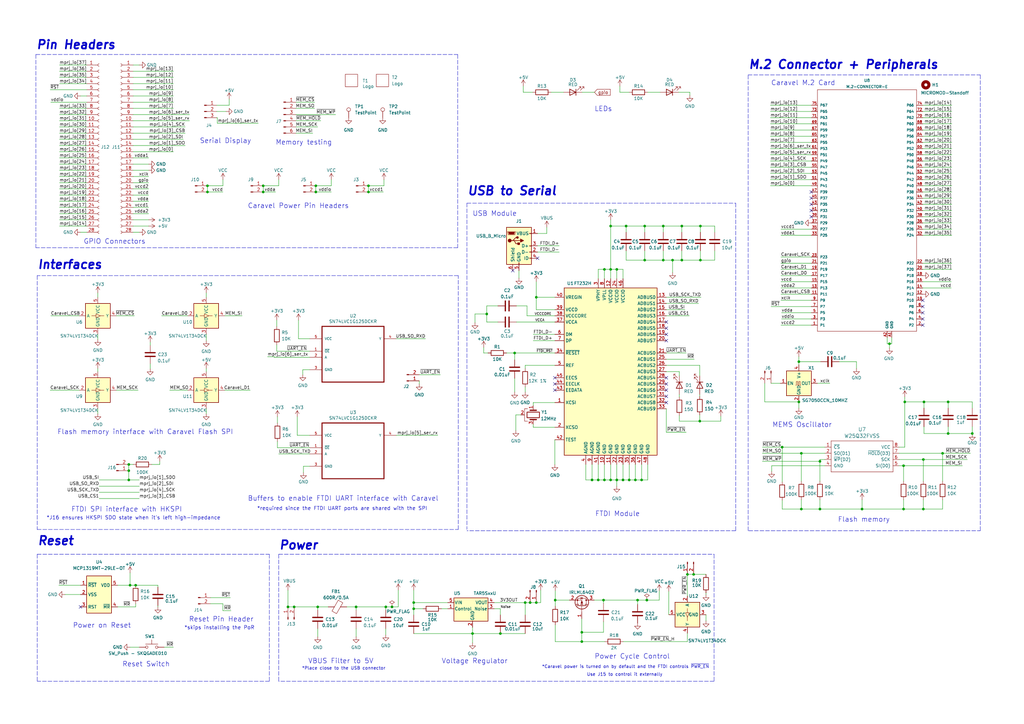
<source format=kicad_sch>
(kicad_sch (version 20230121) (generator eeschema)
  (paper "A3")
  (title_block (title "5V Development Board") (rev "REV 6B") (company "Efabless"))
  (junction (at 327.66 148.336))
  (junction (at 130.302 248.92))
  (junction (at 388.874 164.846))
  (junction (at 169.672 247.142))
  (junction (at 378.714 208.788))
  (junction (at 378.714 188.468))
  (junction (at 205.232 259.842))
  (junction (at 247.523 246.126))
  (junction (at 263.144 196.85))
  (junction (at 199.644 128.778))
  (junction (at 327.66 164.846))
  (junction (at 151.13 76.2))
  (junction (at 272.034 92.71))
  (junction (at 272.034 106.68))
  (junction (at 250.444 196.85))
  (junction (at 370.586 208.788))
  (junction (at 261.493 246.126))
  (junction (at 370.586 191.008))
  (junction (at 227.711 246.126))
  (junction (at 371.094 164.846))
  (junction (at 215.392 247.142))
  (junction (at 53.34 240.03))
  (junction (at 250.444 110.49))
  (junction (at 320.802 183.388))
  (junction (at 160.782 248.92))
  (junction (at 107.95 76.2))
  (junction (at 146.05 248.92))
  (junction (at 281.94 235.585))
  (junction (at 264.414 106.68))
  (junction (at 52.832 190.5))
  (junction (at 284.48 235.585))
  (junction (at 258.064 196.85))
  (junction (at 242.824 196.85))
  (junction (at 211.074 144.78))
  (junction (at 328.676 208.788))
  (junction (at 279.654 106.68))
  (junction (at 264.414 92.71))
  (junction (at 85.09 76.2))
  (junction (at 52.832 193.04))
  (junction (at 353.568 208.788))
  (junction (at 118.11 248.92))
  (junction (at 252.984 196.85))
  (junction (at 252.984 110.49))
  (junction (at 120.65 248.92))
  (junction (at 55.626 240.03))
  (junction (at 219.964 121.92))
  (junction (at 287.274 92.71))
  (junction (at 158.242 248.92))
  (junction (at 217.424 247.142))
  (junction (at 238.633 259.334))
  (junction (at 336.296 208.788))
  (junction (at 52.832 196.85))
  (junction (at 364.8202 140.97))
  (junction (at 255.524 196.85))
  (junction (at 219.964 247.142))
  (junction (at 275.844 106.68))
  (junction (at 247.904 196.85))
  (junction (at 129.54 76.2))
  (junction (at 386.588 185.928))
  (junction (at 265.303 246.126))
  (junction (at 151.13 78.74))
  (junction (at 256.794 92.71))
  (junction (at 388.874 177.8))
  (junction (at 336.296 189.23))
  (junction (at 169.672 249.682))
  (junction (at 193.802 259.842))
  (junction (at 328.676 185.928))
  (junction (at 238.633 263.144))
  (junction (at 85.09 78.74))
  (junction (at 107.95 78.74))
  (junction (at 250.444 92.71))
  (junction (at 287.274 106.68))
  (junction (at 129.54 78.74))
  (junction (at 260.604 196.85))
  (junction (at 245.364 196.85))
  (junction (at 287.02 172.72))
  (junction (at 378.968 164.846))
  (junction (at 279.654 92.71))
  (junction (at 247.904 110.49))
  (junction (at 398.78 177.8))
  (no_connect (at 332.74 86.36))
  (no_connect (at 273.304 139.7))
  (no_connect (at 273.304 134.62))
  (no_connect (at 332.74 78.74))
  (no_connect (at 227.584 160.02))
  (no_connect (at 227.584 154.94))
  (no_connect (at 227.584 157.48))
  (no_connect (at 273.304 132.08))
  (no_connect (at 273.304 137.16))
  (no_connect (at 332.74 81.28))
  (no_connect (at 210.312 110.998))
  (no_connect (at 220.472 105.918))
  (no_connect (at 378.46 128.27))
  (no_connect (at 273.304 165.1))
  (no_connect (at 378.46 133.35))
  (no_connect (at 33.02 248.92))
  (no_connect (at 378.46 130.81))
  (no_connect (at 273.304 160.02))
  (no_connect (at 332.74 88.9))
  (no_connect (at 273.304 157.48))
  (no_connect (at 273.304 162.56))
  (no_connect (at 378.46 123.19))
  (no_connect (at 332.74 83.82))
  (no_connect (at 378.46 125.73))
  (no_connect (at 273.304 154.94))
  (wire (pts (xy 281.94 235.585) (xy 281.94 244.475)))
  (wire (pts (xy 198.374 144.78) (xy 200.152 144.78)))
  (wire (pts (xy 75.946 59.69) (xy 54.61 59.69)))
  (wire (pts (xy 84.582 137.16) (xy 84.582 139.7)))
  (wire (pts (xy 218.694 173.99) (xy 218.694 175.26)))
  (wire (pts (xy 256.794 92.71) (xy 250.444 92.71)))
  (wire (pts (xy 84.582 167.64) (xy 84.582 169.672)))
  (wire (pts (xy 24.384 72.39) (xy 35.56 72.39)))
  (wire (pts (xy 122.428 131.318) (xy 122.428 138.938)))
  (wire (pts (xy 169.672 247.142) (xy 169.672 249.682)))
  (wire (pts (xy 247.523 246.126) (xy 243.713 246.126)))
  (wire (pts (xy 180.594 153.67) (xy 171.958 153.67)))
  (wire (pts (xy 256.794 106.68) (xy 264.414 106.68)))
  (wire (pts (xy 215.392 247.142) (xy 215.392 252.222)))
  (wire (pts (xy 227.711 263.144) (xy 238.633 263.144)))
  (wire (pts (xy 328.676 185.928) (xy 328.676 197.358)))
  (wire (pts (xy 240.284 196.85) (xy 242.824 196.85)))
  (wire (pts (xy 315.976 60.96) (xy 332.74 60.96)))
  (wire (pts (xy 48.26 240.03) (xy 53.34 240.03)))
  (wire (pts (xy 256.794 92.71) (xy 256.794 95.25)))
  (wire (pts (xy 48.26 248.92) (xy 55.626 248.92)))
  (wire (pts (xy 371.094 162.814) (xy 371.094 164.846)))
  (wire (pts (xy 388.874 167.386) (xy 388.874 164.846)))
  (wire (pts (xy 35.56 57.15) (xy 24.384 57.15)))
  (wire (pts (xy 245.364 196.85) (xy 247.904 196.85)))
  (wire (pts (xy 65.532 189.23) (xy 65.532 190.5)))
  (wire (pts (xy 255.524 114.3) (xy 255.524 110.49)))
  (wire (pts (xy 219.964 127) (xy 227.584 127)))
  (wire (pts (xy 275.844 106.68) (xy 279.654 106.68)))
  (wire (pts (xy 107.95 78.74) (xy 113.03 78.74)))
  (wire (pts (xy 287.274 102.87) (xy 287.274 106.68)))
  (wire (pts (xy 76.962 160.02) (xy 69.596 160.02)))
  (wire (pts (xy 247.523 255.016) (xy 247.523 259.334)))
  (wire (pts (xy 113.538 144.018) (xy 113.538 141.478)))
  (wire (pts (xy 371.094 164.846) (xy 371.094 183.388)))
  (wire (pts (xy 265.684 196.85) (xy 263.144 196.85)))
  (wire (pts (xy 328.676 204.978) (xy 328.676 208.788)))
  (wire (pts (xy 247.523 246.126) (xy 261.493 246.126)))
  (wire (pts (xy 142.24 248.92) (xy 146.05 248.92)))
  (wire (pts (xy 35.56 52.07) (xy 24.384 52.07)))
  (wire (pts (xy 40.132 151.13) (xy 40.132 152.4)))
  (wire (pts (xy 40.64 196.85) (xy 52.832 196.85)))
  (wire (pts (xy 60.96 64.77) (xy 54.61 64.77)))
  (wire (pts (xy 52.832 190.5) (xy 52.832 193.04)))
  (wire (pts (xy 219.964 121.92) (xy 227.584 121.92)))
  (wire (pts (xy 378.46 86.36) (xy 390.398 86.36)))
  (wire (pts (xy 273.304 177.292) (xy 281.432 177.292)))
  (wire (pts (xy 211.836 125.476) (xy 216.154 125.476)))
  (wire (pts (xy 217.424 247.142) (xy 215.392 247.142)))
  (wire (pts (xy 365.76 138.43) (xy 365.76 140.97)))
  (wire (pts (xy 250.444 92.71) (xy 250.444 110.49)))
  (wire (pts (xy 112.522 146.304) (xy 112.522 146.558)))
  (wire (pts (xy 181.102 249.682) (xy 183.642 249.682)))
  (wire (pts (xy 220.472 95.758) (xy 224.282 95.758)))
  (wire (pts (xy 205.232 259.842) (xy 215.392 259.842)))
  (wire (pts (xy 327.66 149.606) (xy 327.66 148.336)))
  (wire (pts (xy 35.56 67.31) (xy 24.384 67.31)))
  (wire (pts (xy 378.46 48.26) (xy 390.398 48.26)))
  (polyline (pts (xy 187.706 101.6) (xy 14.732 101.6)) (stroke (width 0) (type dash)))
  (wire (pts (xy 320.802 183.388) (xy 320.802 197.612)))
  (wire (pts (xy 124.206 151.638) (xy 124.206 153.67)))
  (polyline (pts (xy 306.832 217.678) (xy 306.832 30.734)) (stroke (width 0) (type dash)))
  (wire (pts (xy 238.76 37.846) (xy 243.84 37.846)))
  (wire (pts (xy 158.242 248.92) (xy 160.782 248.92)))
  (wire (pts (xy 272.034 102.87) (xy 272.034 106.68)))
  (wire (pts (xy 40.64 199.39) (xy 57.15 199.39)))
  (wire (pts (xy 351.282 151.13) (xy 351.282 148.336)))
  (wire (pts (xy 91.44 250.444) (xy 94.742 250.444)))
  (wire (pts (xy 71.12 34.29) (xy 54.61 34.29)))
  (wire (pts (xy 320.548 128.27) (xy 332.74 128.27)))
  (wire (pts (xy 315.976 50.8) (xy 332.74 50.8)))
  (wire (pts (xy 258.064 190.5) (xy 258.064 196.85)))
  (wire (pts (xy 121.412 44.45) (xy 129.032 44.45)))
  (wire (pts (xy 60.96 72.39) (xy 54.61 72.39)))
  (wire (pts (xy 250.444 196.85) (xy 252.984 196.85)))
  (wire (pts (xy 113.538 131.318) (xy 113.538 133.858)))
  (wire (pts (xy 169.672 249.682) (xy 173.482 249.682)))
  (wire (pts (xy 378.46 78.74) (xy 390.398 78.74)))
  (wire (pts (xy 24.384 90.17) (xy 35.56 90.17)))
  (polyline (pts (xy 114.3 227.33) (xy 292.862 227.33)) (stroke (width 0) (type dash)))
  (wire (pts (xy 193.802 259.842) (xy 193.802 263.652)))
  (wire (pts (xy 260.604 196.85) (xy 258.064 196.85)))
  (wire (pts (xy 312.674 183.388) (xy 320.802 183.388)))
  (wire (pts (xy 146.05 248.92) (xy 146.05 250.19)))
  (wire (pts (xy 35.56 46.99) (xy 24.384 46.99)))
  (wire (pts (xy 124.46 193.802) (xy 124.46 191.262)))
  (wire (pts (xy 320.548 130.81) (xy 332.74 130.81)))
  (polyline (pts (xy 14.732 22.352) (xy 187.706 22.352)) (stroke (width 0) (type dash)))
  (wire (pts (xy 211.582 170.18) (xy 213.614 170.18)))
  (wire (pts (xy 89.154 50.546) (xy 89.154 48.26)))
  (wire (pts (xy 264.414 102.87) (xy 264.414 106.68)))
  (wire (pts (xy 121.412 54.61) (xy 128.27 54.61)))
  (wire (pts (xy 24.384 44.45) (xy 35.56 44.45)))
  (wire (pts (xy 336.296 208.788) (xy 353.568 208.788)))
  (wire (pts (xy 327.66 148.336) (xy 327.66 146.304)))
  (wire (pts (xy 386.588 208.788) (xy 386.588 204.978)))
  (wire (pts (xy 388.874 164.846) (xy 398.78 164.846)))
  (wire (pts (xy 316.23 157.226) (xy 320.04 157.226)))
  (wire (pts (xy 370.586 191.008) (xy 394.716 191.008)))
  (wire (pts (xy 75.184 57.15) (xy 54.61 57.15)))
  (wire (pts (xy 64.77 248.412) (xy 64.77 248.92)))
  (wire (pts (xy 174.498 138.938) (xy 162.56 138.938)))
  (wire (pts (xy 315.976 55.88) (xy 332.74 55.88)))
  (wire (pts (xy 40.132 120.142) (xy 40.132 121.92)))
  (wire (pts (xy 118.11 248.92) (xy 120.65 248.92)))
  (wire (pts (xy 216.154 129.54) (xy 227.584 129.54)))
  (wire (pts (xy 109.728 146.304) (xy 112.522 146.304)))
  (wire (pts (xy 158.242 260.35) (xy 158.242 257.81)))
  (wire (pts (xy 107.95 76.2) (xy 114.3 76.2)))
  (wire (pts (xy 54.61 82.55) (xy 60.96 82.55)))
  (wire (pts (xy 378.46 93.98) (xy 390.398 93.98)))
  (wire (pts (xy 35.56 62.23) (xy 24.384 62.23)))
  (wire (pts (xy 129.54 78.74) (xy 129.54 76.2)))
  (wire (pts (xy 130.302 257.81) (xy 130.302 261.112)))
  (wire (pts (xy 71.12 36.83) (xy 54.61 36.83)))
  (wire (pts (xy 84.582 120.142) (xy 84.582 121.92)))
  (wire (pts (xy 219.964 247.142) (xy 221.742 247.142)))
  (wire (pts (xy 202.692 247.142) (xy 215.392 247.142)))
  (wire (pts (xy 320.294 118.11) (xy 332.74 118.11)))
  (wire (pts (xy 315.976 68.58) (xy 332.74 68.58)))
  (wire (pts (xy 35.56 36.83) (xy 20.574 36.83)))
  (wire (pts (xy 260.604 190.5) (xy 260.604 196.85)))
  (wire (pts (xy 88.9 43.18) (xy 93.98 43.18)))
  (wire (pts (xy 378.968 175.006) (xy 378.968 177.8)))
  (wire (pts (xy 336.296 189.23) (xy 336.296 188.468)))
  (wire (pts (xy 54.61 85.09) (xy 60.96 85.09)))
  (wire (pts (xy 121.412 49.53) (xy 131.572 49.53)))
  (wire (pts (xy 60.96 92.71) (xy 54.61 92.71)))
  (wire (pts (xy 254.254 35.306) (xy 254.254 37.846)))
  (wire (pts (xy 91.44 247.65) (xy 86.36 247.65)))
  (wire (pts (xy 289.56 254.635) (xy 289.56 252.095)))
  (wire (pts (xy 227.711 246.126) (xy 233.553 246.126)))
  (wire (pts (xy 127 178.562) (xy 121.92 178.562)))
  (wire (pts (xy 146.05 248.92) (xy 158.242 248.92)))
  (wire (pts (xy 364.8202 140.97) (xy 365.76 140.97)))
  (wire (pts (xy 351.282 148.336) (xy 344.17 148.336)))
  (wire (pts (xy 287.02 149.86) (xy 273.304 149.86)))
  (wire (pts (xy 102.616 160.02) (xy 92.202 160.02)))
  (wire (pts (xy 278.638 170.434) (xy 278.638 172.72)))
  (wire (pts (xy 24.384 82.55) (xy 35.56 82.55)))
  (wire (pts (xy 120.65 248.92) (xy 130.302 248.92)))
  (wire (pts (xy 378.46 81.28) (xy 390.398 81.28)))
  (wire (pts (xy 151.13 76.2) (xy 151.13 78.74)))
  (wire (pts (xy 370.586 208.788) (xy 378.714 208.788)))
  (wire (pts (xy 71.12 29.21) (xy 54.61 29.21)))
  (wire (pts (xy 54.61 80.01) (xy 60.96 80.01)))
  (wire (pts (xy 26.67 243.84) (xy 33.02 243.84)))
  (wire (pts (xy 227.711 242.316) (xy 227.711 246.126)))
  (wire (pts (xy 93.98 40.64) (xy 93.98 43.18)))
  (wire (pts (xy 179.578 178.562) (xy 162.56 178.562)))
  (wire (pts (xy 293.116 95.25) (xy 293.116 92.71)))
  (wire (pts (xy 169.672 249.682) (xy 169.672 252.222)))
  (wire (pts (xy 60.96 69.85) (xy 54.61 69.85)))
  (polyline (pts (xy 187.96 113.03) (xy 15.24 113.03)) (stroke (width 0) (type dash)))
  (wire (pts (xy 35.56 69.85) (xy 24.384 69.85)))
  (wire (pts (xy 282.956 37.846) (xy 278.384 37.846)))
  (polyline (pts (xy 187.706 22.352) (xy 187.706 101.6)) (stroke (width 0) (type dash)))
  (wire (pts (xy 198.374 142.494) (xy 198.374 144.78)))
  (wire (pts (xy 99.314 129.54) (xy 92.202 129.54)))
  (wire (pts (xy 295.656 170.688) (xy 295.656 172.72)))
  (wire (pts (xy 278.638 161.798) (xy 278.638 162.814)))
  (wire (pts (xy 214.63 35.306) (xy 214.63 37.846)))
  (wire (pts (xy 279.654 102.87) (xy 279.654 106.68)))
  (wire (pts (xy 378.968 164.846) (xy 388.874 164.846)))
  (wire (pts (xy 320.802 208.788) (xy 320.802 205.232)))
  (wire (pts (xy 386.588 185.928) (xy 386.588 197.358)))
  (wire (pts (xy 242.824 190.5) (xy 242.824 196.85)))
  (wire (pts (xy 218.694 137.16) (xy 227.584 137.16)))
  (wire (pts (xy 194.818 128.778) (xy 199.644 128.778)))
  (wire (pts (xy 67.31 265.43) (xy 71.12 265.43)))
  (wire (pts (xy 274.32 242.57) (xy 274.32 252.095)))
  (wire (pts (xy 71.12 44.45) (xy 54.61 44.45)))
  (wire (pts (xy 315.976 66.04) (xy 332.74 66.04)))
  (wire (pts (xy 320.294 107.95) (xy 332.74 107.95)))
  (wire (pts (xy 250.444 90.17) (xy 250.444 92.71)))
  (wire (pts (xy 378.46 53.34) (xy 390.398 53.34)))
  (wire (pts (xy 71.12 31.75) (xy 54.61 31.75)))
  (wire (pts (xy 368.808 185.928) (xy 386.588 185.928)))
  (polyline (pts (xy 191.516 83.312) (xy 191.516 217.17)) (stroke (width 0) (type dash)))
  (wire (pts (xy 24.13 240.03) (xy 33.02 240.03)))
  (wire (pts (xy 113.792 181.102) (xy 113.792 183.642)))
  (wire (pts (xy 54.61 74.93) (xy 60.96 74.93)))
  (wire (pts (xy 55.626 247.65) (xy 55.626 248.92)))
  (wire (pts (xy 221.742 242.062) (xy 221.742 247.142)))
  (wire (pts (xy 316.23 125.73) (xy 332.74 125.73)))
  (wire (pts (xy 315.976 43.18) (xy 332.74 43.18)))
  (polyline (pts (xy 187.96 217.17) (xy 187.96 113.03)) (stroke (width 0) (type dash)))
  (wire (pts (xy 353.568 208.788) (xy 370.586 208.788)))
  (wire (pts (xy 315.976 73.66) (xy 332.74 73.66)))
  (wire (pts (xy 238.633 259.334) (xy 238.633 263.144)))
  (wire (pts (xy 328.676 185.928) (xy 338.328 185.928)))
  (wire (pts (xy 118.11 242.062) (xy 118.11 248.92)))
  (wire (pts (xy 114.3 76.2) (xy 114.3 73.66)))
  (wire (pts (xy 53.34 240.03) (xy 53.34 234.95)))
  (wire (pts (xy 61.595 140.335) (xy 61.595 141.605)))
  (wire (pts (xy 114.3 186.182) (xy 127 186.182)))
  (wire (pts (xy 157.226 78.74) (xy 151.13 78.74)))
  (wire (pts (xy 171.958 156.21) (xy 171.958 157.48)))
  (wire (pts (xy 315.976 48.26) (xy 332.74 48.26)))
  (wire (pts (xy 53.34 240.03) (xy 55.626 240.03)))
  (polyline (pts (xy 110.49 227.33) (xy 110.49 279.4)) (stroke (width 0) (type dash)))
  (wire (pts (xy 54.61 26.67) (xy 57.15 26.67)))
  (wire (pts (xy 273.304 177.292) (xy 273.304 167.64)))
  (wire (pts (xy 263.144 196.85) (xy 260.604 196.85)))
  (wire (pts (xy 24.384 77.47) (xy 35.56 77.47)))
  (wire (pts (xy 130.302 248.92) (xy 134.62 248.92)))
  (wire (pts (xy 24.384 87.63) (xy 35.56 87.63)))
  (wire (pts (xy 378.968 177.8) (xy 388.874 177.8)))
  (wire (pts (xy 211.836 132.08) (xy 227.584 132.08)))
  (wire (pts (xy 247.523 259.334) (xy 238.633 259.334)))
  (wire (pts (xy 284.48 235.585) (xy 289.56 235.585)))
  (wire (pts (xy 252.984 114.3) (xy 252.984 110.49)))
  (wire (pts (xy 281.94 263.144) (xy 281.94 259.715)))
  (wire (pts (xy 265.303 246.126) (xy 270.383 246.126)))
  (wire (pts (xy 279.654 106.68) (xy 287.274 106.68)))
  (wire (pts (xy 250.444 190.5) (xy 250.444 196.85)))
  (wire (pts (xy 255.524 196.85) (xy 252.984 196.85)))
  (wire (pts (xy 287.02 161.798) (xy 287.02 162.56)))
  (wire (pts (xy 378.714 188.468) (xy 396.748 188.468)))
  (wire (pts (xy 320.294 133.35) (xy 332.74 133.35)))
  (wire (pts (xy 202.692 249.682) (xy 205.232 249.682)))
  (wire (pts (xy 278.638 152.4) (xy 273.304 152.4)))
  (wire (pts (xy 388.874 177.8) (xy 398.78 177.8)))
  (wire (pts (xy 121.412 41.91) (xy 129.032 41.91)))
  (wire (pts (xy 151.13 76.2) (xy 157.48 76.2)))
  (wire (pts (xy 264.414 92.71) (xy 272.034 92.71)))
  (wire (pts (xy 35.56 39.37) (xy 33.02 39.37)))
  (wire (pts (xy 219.964 115.57) (xy 219.964 121.92)))
  (wire (pts (xy 219.964 121.92) (xy 219.964 127)))
  (wire (pts (xy 287.02 172.72) (xy 295.656 172.72)))
  (wire (pts (xy 60.96 67.31) (xy 54.61 67.31)))
  (wire (pts (xy 320.294 93.98) (xy 332.74 93.98)))
  (wire (pts (xy 263.144 190.5) (xy 263.144 196.85)))
  (polyline (pts (xy 191.516 83.312) (xy 301.752 83.312)) (stroke (width 0) (type dash)))
  (wire (pts (xy 54.61 190.5) (xy 52.832 190.5)))
  (wire (pts (xy 250.444 110.49) (xy 252.984 110.49)))
  (wire (pts (xy 353.568 204.978) (xy 353.568 208.788)))
  (wire (pts (xy 205.232 249.682) (xy 205.232 252.222)))
  (polyline (pts (xy 301.752 83.312) (xy 301.752 217.678)) (stroke (width 0) (type dash)))
  (wire (pts (xy 378.46 55.88) (xy 390.398 55.88)))
  (wire (pts (xy 252.984 190.5) (xy 252.984 196.85)))
  (wire (pts (xy 32.512 160.02) (xy 20.574 160.02)))
  (wire (pts (xy 320.294 113.03) (xy 332.74 113.03)))
  (wire (pts (xy 264.414 92.71) (xy 256.794 92.71)))
  (wire (pts (xy 320.294 123.19) (xy 332.74 123.19)))
  (wire (pts (xy 65.532 190.5) (xy 62.23 190.5)))
  (wire (pts (xy 279.654 92.71) (xy 287.274 92.71)))
  (wire (pts (xy 54.61 90.17) (xy 60.96 90.17)))
  (wire (pts (xy 247.904 196.85) (xy 250.444 196.85)))
  (polyline (pts (xy 301.752 217.678) (xy 191.516 217.678)) (stroke (width 0) (type dash)))
  (wire (pts (xy 247.904 110.49) (xy 250.444 110.49)))
  (wire (pts (xy 327.66 167.386) (xy 327.66 164.846)))
  (wire (pts (xy 211.074 155.194) (xy 211.074 160.782)))
  (wire (pts (xy 378.46 73.66) (xy 390.398 73.66)))
  (wire (pts (xy 24.384 92.71) (xy 35.56 92.71)))
  (wire (pts (xy 328.676 208.788) (xy 336.296 208.788)))
  (wire (pts (xy 265.684 190.5) (xy 265.684 196.85)))
  (wire (pts (xy 240.284 190.5) (xy 240.284 196.85)))
  (wire (pts (xy 378.46 63.5) (xy 390.398 63.5)))
  (wire (pts (xy 378.46 96.52) (xy 390.398 96.52)))
  (wire (pts (xy 378.46 88.9) (xy 390.398 88.9)))
  (wire (pts (xy 54.61 77.47) (xy 60.96 77.47)))
  (wire (pts (xy 272.034 92.71) (xy 279.654 92.71)))
  (wire (pts (xy 160.782 248.92) (xy 163.322 248.92)))
  (wire (pts (xy 215.392 151.13) (xy 215.392 149.86)))
  (wire (pts (xy 71.12 41.91) (xy 54.61 41.91)))
  (wire (pts (xy 245.364 190.5) (xy 245.364 196.85)))
  (wire (pts (xy 193.802 259.842) (xy 205.232 259.842)))
  (wire (pts (xy 315.976 53.34) (xy 332.74 53.34)))
  (wire (pts (xy 378.46 66.04) (xy 390.398 66.04)))
  (wire (pts (xy 64.77 240.03) (xy 64.77 240.792)))
  (wire (pts (xy 35.56 64.77) (xy 24.384 64.77)))
  (wire (pts (xy 320.802 208.788) (xy 328.676 208.788)))
  (wire (pts (xy 272.034 106.68) (xy 275.844 106.68)))
  (polyline (pts (xy 292.862 227.33) (xy 292.862 279.4)) (stroke (width 0) (type dash)))
  (wire (pts (xy 35.56 29.21) (xy 24.384 29.21)))
  (wire (pts (xy 215.392 158.75) (xy 215.392 160.782)))
  (wire (pts (xy 130.302 250.19) (xy 130.302 248.92)))
  (wire (pts (xy 35.56 95.25) (xy 33.02 95.25)))
  (wire (pts (xy 315.976 76.2) (xy 332.74 76.2)))
  (wire (pts (xy 313.69 157.226) (xy 313.69 164.846)))
  (wire (pts (xy 135.89 76.2) (xy 135.89 73.66)))
  (wire (pts (xy 77.724 46.99) (xy 54.61 46.99)))
  (polyline (pts (xy 292.862 279.4) (xy 114.3 279.4)) (stroke (width 0) (type dash)))
  (wire (pts (xy 279.654 92.71) (xy 279.654 95.25)))
  (polyline (pts (xy 15.24 227.33) (xy 110.49 227.33)) (stroke (width 0) (type dash)))
  (wire (pts (xy 252.984 110.49) (xy 255.524 110.49)))
  (polyline (pts (xy 15.24 113.03) (xy 15.24 217.17)) (stroke (width 0) (type dash)))
  (wire (pts (xy 35.56 49.53) (xy 24.384 49.53)))
  (wire (pts (xy 52.832 193.04) (xy 52.832 196.85)))
  (wire (pts (xy 315.976 63.5) (xy 332.74 63.5)))
  (wire (pts (xy 378.46 107.95) (xy 390.398 107.95)))
  (wire (pts (xy 211.074 147.574) (xy 211.074 144.78)))
  (wire (pts (xy 55.626 240.03) (xy 64.77 240.03)))
  (wire (pts (xy 287.274 92.71) (xy 287.274 95.25)))
  (wire (pts (xy 199.644 125.476) (xy 204.216 125.476)))
  (wire (pts (xy 378.46 110.49) (xy 390.398 110.49)))
  (wire (pts (xy 378.46 43.18) (xy 390.398 43.18)))
  (wire (pts (xy 20.828 129.54) (xy 32.512 129.54)))
  (wire (pts (xy 272.034 95.25) (xy 272.034 92.71)))
  (wire (pts (xy 71.12 62.23) (xy 54.61 62.23)))
  (wire (pts (xy 24.384 85.09) (xy 35.56 85.09)))
  (wire (pts (xy 245.364 110.49) (xy 247.904 110.49)))
  (wire (pts (xy 91.44 76.2) (xy 91.44 73.66)))
  (wire (pts (xy 85.09 78.74) (xy 85.09 76.2)))
  (wire (pts (xy 113.792 183.642) (xy 127 183.642)))
  (wire (pts (xy 264.414 106.68) (xy 272.034 106.68)))
  (wire (pts (xy 169.672 242.062) (xy 169.672 247.142)))
  (wire (pts (xy 215.392 149.86) (xy 227.584 149.86)))
  (wire (pts (xy 270.383 242.316) (xy 270.383 246.126)))
  (wire (pts (xy 212.852 110.998) (xy 212.852 114.046)))
  (wire (pts (xy 40.132 137.16) (xy 40.132 139.192)))
  (wire (pts (xy 320.802 183.388) (xy 338.328 183.388)))
  (wire (pts (xy 163.322 242.062) (xy 163.322 248.92)))
  (wire (pts (xy 84.582 151.13) (xy 84.582 152.4)))
  (wire (pts (xy 363.855 138.43) (xy 363.855 140.97)))
  (wire (pts (xy 378.46 118.11) (xy 390.144 118.11)))
  (wire (pts (xy 261.493 246.126) (xy 261.493 247.904)))
  (polyline (pts (xy 110.49 279.4) (xy 15.24 279.4)) (stroke (width 0) (type dash)))
  (wire (pts (xy 54.61 52.07) (xy 75.946 52.07)))
  (wire (pts (xy 316.484 191.008) (xy 316.484 193.294)))
  (wire (pts (xy 88.9 45.72) (xy 92.71 45.72)))
  (wire (pts (xy 86.36 245.11) (xy 94.488 245.11)))
  (wire (pts (xy 370.586 191.008) (xy 370.586 197.358)))
  (wire (pts (xy 378.46 83.82) (xy 390.398 83.82)))
  (wire (pts (xy 378.46 71.12) (xy 390.398 71.12)))
  (wire (pts (xy 211.074 144.78) (xy 227.584 144.78)))
  (wire (pts (xy 378.46 45.72) (xy 390.398 45.72)))
  (wire (pts (xy 54.61 95.25) (xy 57.15 95.25)))
  (wire (pts (xy 312.674 189.23) (xy 336.296 189.23)))
  (polyline (pts (xy 14.732 22.352) (xy 14.732 101.6)) (stroke (width 0) (type dash)))
  (wire (pts (xy 378.46 76.2) (xy 390.398 76.2)))
  (wire (pts (xy 368.808 188.468) (xy 378.714 188.468)))
  (wire (pts (xy 247.904 114.3) (xy 247.904 110.49)))
  (wire (pts (xy 89.154 48.26) (xy 88.9 48.26)))
  (wire (pts (xy 278.638 172.72) (xy 287.02 172.72)))
  (wire (pts (xy 278.638 154.178) (xy 278.638 152.4)))
  (wire (pts (xy 107.95 78.74) (xy 107.95 76.2)))
  (wire (pts (xy 53.34 265.43) (xy 57.15 265.43)))
  (wire (pts (xy 127 151.638) (xy 124.206 151.638)))
  (wire (pts (xy 398.78 178.054) (xy 398.78 177.8)))
  (wire (pts (xy 273.304 144.78) (xy 281.432 144.78)))
  (wire (pts (xy 388.874 177.8) (xy 388.874 175.006)))
  (wire (pts (xy 293.116 102.87) (xy 293.116 106.68)))
  (wire (pts (xy 91.44 250.444) (xy 91.44 247.65)))
  (wire (pts (xy 218.694 139.7) (xy 227.584 139.7)))
  (wire (pts (xy 315.976 45.72) (xy 332.74 45.72)))
  (wire (pts (xy 124.46 191.262) (xy 127 191.262)))
  (wire (pts (xy 85.09 78.74) (xy 91.44 78.74)))
  (wire (pts (xy 89.154 50.546) (xy 105.918 50.546)))
  (wire (pts (xy 35.56 41.91) (xy 20.828 41.91)))
  (wire (pts (xy 247.904 190.5) (xy 247.904 196.85)))
  (wire (pts (xy 77.724 49.53) (xy 54.61 49.53)))
  (wire (pts (xy 378.714 208.788) (xy 386.588 208.788)))
  (wire (pts (xy 55.118 129.54) (xy 47.752 129.54)))
  (wire (pts (xy 320.294 120.65) (xy 332.74 120.65)))
  (wire (pts (xy 273.304 129.54) (xy 282.702 129.54)))
  (wire (pts (xy 112.522 146.558) (xy 127 146.558)))
  (wire (pts (xy 54.61 87.63) (xy 60.96 87.63)))
  (wire (pts (xy 273.304 127) (xy 280.924 127)))
  (wire (pts (xy 386.588 185.928) (xy 398.018 185.928)))
  (wire (pts (xy 218.694 175.26) (xy 227.584 175.26)))
  (wire (pts (xy 35.56 31.75) (xy 24.384 31.75)))
  (wire (pts (xy 287.274 106.68) (xy 293.116 106.68)))
  (wire (pts (xy 238.633 253.746) (xy 238.633 259.334)))
  (wire (pts (xy 40.132 167.64) (xy 40.132 169.672)))
  (wire (pts (xy 194.818 128.778) (xy 194.818 132.334)))
  (wire (pts (xy 378.46 60.96) (xy 390.398 60.96)))
  (wire (pts (xy 220.472 103.378) (xy 229.362 103.378)))
  (wire (pts (xy 320.294 105.41) (xy 332.74 105.41)))
  (polyline (pts (xy 402.082 30.734) (xy 402.082 217.678)) (stroke (width 0) (type dash)))
  (wire (pts (xy 242.824 196.85) (xy 245.364 196.85)))
  (wire (pts (xy 135.89 78.74) (xy 129.54 78.74)))
  (wire (pts (xy 85.09 76.2) (xy 91.44 76.2)))
  (wire (pts (xy 129.54 76.2) (xy 135.89 76.2)))
  (wire (pts (xy 255.651 263.144) (xy 281.94 263.144)))
  (wire (pts (xy 218.694 166.37) (xy 218.694 165.1)))
  (wire (pts (xy 238.633 263.144) (xy 248.031 263.144)))
  (wire (pts (xy 169.672 259.842) (xy 193.802 259.842)))
  (wire (pts (xy 216.154 125.476) (xy 216.154 129.54)))
  (wire (pts (xy 275.844 106.68) (xy 275.844 111.76)))
  (wire (pts (xy 121.412 52.07) (xy 130.302 52.07)))
  (wire (pts (xy 24.384 80.01) (xy 35.56 80.01)))
  (wire (pts (xy 398.78 167.386) (xy 398.78 164.846)))
  (wire (pts (xy 273.304 147.32) (xy 284.734 147.32)))
  (wire (pts (xy 261.493 246.126) (xy 265.303 246.126)))
  (wire (pts (xy 254.254 37.846) (xy 258.064 37.846)))
  (wire (pts (xy 121.92 170.942) (xy 121.92 178.562)))
  (wire (pts (xy 327.66 148.336) (xy 336.55 148.336)))
  (wire (pts (xy 273.304 124.46) (xy 286.512 124.46)))
  (wire (pts (xy 371.094 183.388) (xy 368.808 183.388)))
  (wire (pts (xy 71.12 39.37) (xy 54.61 39.37)))
  (wire (pts (xy 35.56 26.67) (xy 24.384 26.67)))
  (wire (pts (xy 127 138.938) (xy 122.428 138.938)))
  (wire (pts (xy 258.064 196.85) (xy 255.524 196.85)))
  (wire (pts (xy 313.69 164.846) (xy 327.66 164.846)))
  (wire (pts (xy 252.984 199.39) (xy 252.984 196.85)))
  (wire (pts (xy 40.64 204.47) (xy 57.15 204.47)))
  (wire (pts (xy 224.282 93.218) (xy 224.282 95.758)))
  (wire (pts (xy 199.644 125.476) (xy 199.644 128.778)))
  (polyline (pts (xy 114.3 227.33) (xy 114.3 279.4)) (stroke (width 0) (type dash)))
  (wire (pts (xy 52.832 196.85) (xy 57.15 196.85)))
  (wire (pts (xy 364.8202 142.7226) (xy 364.8202 140.97)))
  (wire (pts (xy 378.968 164.846) (xy 378.968 167.386)))
  (wire (pts (xy 398.78 175.006) (xy 398.78 177.8)))
  (polyline (pts (xy 15.24 227.33) (xy 15.24 279.4)) (stroke (width 0) (type dash)))
  (wire (pts (xy 76.962 129.54) (xy 66.294 129.54)))
  (wire (pts (xy 193.802 257.302) (xy 193.802 259.842)))
  (wire (pts (xy 315.976 71.12) (xy 332.74 71.12)))
  (wire (pts (xy 378.714 204.978) (xy 378.714 208.788)))
  (wire (pts (xy 207.772 144.78) (xy 211.074 144.78)))
  (wire (pts (xy 378.46 68.58) (xy 390.398 68.58)))
  (wire (pts (xy 287.02 154.178) (xy 287.02 149.86)))
  (wire (pts (xy 247.523 247.396) (xy 247.523 246.126)))
  (wire (pts (xy 378.968 164.846) (xy 371.094 164.846)))
  (wire (pts (xy 336.296 189.23) (xy 336.296 197.358)))
  (polyline (pts (xy 307.086 217.678) (xy 402.082 217.678)) (stroke (width 0) (type dash)))
  (wire (pts (xy 336.296 188.468) (xy 338.328 188.468)))
  (wire (pts (xy 293.116 92.71) (xy 287.274 92.71)))
  (wire (pts (xy 35.56 34.29) (xy 24.384 34.29)))
  (wire (pts (xy 137.668 46.99) (xy 121.412 46.99)))
  (wire (pts (xy 113.792 173.482) (xy 113.792 170.942)))
  (wire (pts (xy 368.808 191.008) (xy 370.586 191.008)))
  (wire (pts (xy 245.364 110.49) (xy 245.364 114.3)))
  (wire (pts (xy 220.472 100.838) (xy 229.362 100.838)))
  (wire (pts (xy 226.06 37.846) (xy 231.14 37.846)))
  (wire (pts (xy 214.63 37.846) (xy 218.44 37.846)))
  (polyline (pts (xy 306.832 30.734) (xy 402.082 30.734)) (stroke (width 0) (type dash)))
  (wire (pts (xy 146.05 257.81) (xy 146.05 261.112)))
  (wire (pts (xy 363.855 140.97) (xy 364.8202 140.97)))
  (wire (pts (xy 282.956 39.116) (xy 282.956 37.846)))
  (wire (pts (xy 218.694 165.1) (xy 227.584 165.1)))
  (wire (pts (xy 204.216 132.08) (xy 199.644 132.08)))
  (wire (pts (xy 250.444 114.3) (xy 250.444 110.49)))
  (wire (pts (xy 265.684 37.846) (xy 270.764 37.846)))
  (wire (pts (xy 35.56 59.69) (xy 24.384 59.69)))
  (wire (pts (xy 211.582 176.53) (xy 211.582 170.18)))
  (wire (pts (xy 378.46 58.42) (xy 390.398 58.42)))
  (wire (pts (xy 199.644 132.08) (xy 199.644 128.778)))
  (wire (pts (xy 312.674 185.928) (xy 328.676 185.928)))
  (wire (pts (xy 47.752 160.02) (xy 56.642 160.02)))
  (wire (pts (xy 158.242 250.19) (xy 158.242 248.92)))
  (wire (pts (xy 316.484 191.008) (xy 338.328 191.008)))
  (wire (pts (xy 315.976 58.42) (xy 332.74 58.42)))
  (wire (pts (xy 256.794 102.87) (xy 256.794 106.68)))
  (wire (pts (xy 40.64 201.93) (xy 57.15 201.93)))
  (polyline (pts (xy 15.24 217.17) (xy 187.96 217.17)) (stroke (width 0) (type dash)))
  (wire (pts (xy 378.714 188.468) (xy 378.714 197.358)))
  (wire (pts (xy 320.294 96.52) (xy 332.74 96.52)))
  (wire (pts (xy 287.02 170.18) (xy 287.02 172.72)))
  (wire (pts (xy 227.584 180.34) (xy 227.584 190.5)))
  (wire (pts (xy 217.424 247.142) (xy 219.964 247.142)))
  (wire (pts (xy 320.294 110.49) (xy 332.74 110.49)))
  (wire (pts (xy 289.56 243.84) (xy 289.56 243.205)))
  (wire (pts (xy 378.46 115.57) (xy 390.144 115.57)))
  (wire (pts (xy 127 144.018) (xy 113.538 144.018)))
  (wire (pts (xy 264.414 95.25) (xy 264.414 92.71)))
  (wire (pts (xy 255.524 190.5) (xy 255.524 196.85)))
  (wire (pts (xy 35.56 54.61) (xy 24.384 54.61)))
  (wire (pts (xy 157.48 76.2) (xy 157.48 73.66)))
  (wire (pts (xy 273.304 121.92) (xy 287.528 121.92)))
  (wire (pts (xy 335.28 157.226) (xy 340.36 157.226)))
  (wire (pts (xy 75.946 54.61) (xy 54.61 54.61)))
  (wire (pts (xy 378.46 91.44) (xy 390.398 91.44)))
  (wire (pts (xy 320.294 115.57) (xy 332.74 115.57)))
  (wire (pts (xy 378.46 50.8) (xy 390.398 50.8)))
  (wire (pts (xy 281.94 235.585) (xy 284.48 235.585)))
  (wire (pts (xy 370.586 204.978) (xy 370.586 208.788)))
  (wire (pts (xy 227.711 256.286) (xy 227.711 263.144)))
  (wire (pts (xy 24.384 74.93) (xy 35.56 74.93)))
  (wire (pts (xy 336.296 204.978) (xy 336.296 208.788)))
  (wire (pts (xy 227.711 248.666) (xy 227.711 246.126)))
  (wire (pts (xy 169.672 247.142) (xy 183.642 247.142)))
  (wire (pts (xy 61.595 149.225) (xy 61.595 151.257)))
  (text "Serial Display" (at 81.915 59.055 0) (effects (font (size 2 2)) (justify left bottom)))
  (text "*required since the FTDI UART ports are shared with the SPI" (at 105.41 209.55 0) (effects (font (size 1.5 1.5)) (justify left bottom)))
  (text "Pin Headers" (at 14.732 20.574 0) (effects (font (size 3.5 3.5) (thickness 0.7) bold italic) (justify left bottom)))
  (text "Use J15 to control it externally" (at 240.665 277.495 0) (effects (font (size 1.27 1.27)) (justify left bottom)))
  (text "Flash memory interface with Caravel Flash SPI\n" (at 23.495 178.435 0) (effects (font (size 2 2)) (justify left bottom)))
  (text "USB to Serial" (at 191.516 80.518 0) (effects (font (size 3.5 3.5) (thickness 0.7) bold italic) (justify left bottom)))
  (text "Caravel Power Pin Headers" (at 101.6 85.725 0) (effects (font (size 2 2)) (justify left bottom)))
  (text "*J16 ensures HKSPI SDO state when it's left high-impedance" (at 19.05 213.36 0) (effects (font (size 1.5 1.5)) (justify left bottom)))
  (text "Caravel M.2 Card" (at 316.23 35.306 0) (effects (font (size 2 2)) (justify left bottom)))
  (text "Power on Reset" (at 29.845 257.81 0) (effects (font (size 2 2)) (justify left bottom)))
  (text "Flash memory" (at 343.662 214.376 0) (effects (font (size 2 2)) (justify left bottom)))
  (text "Memory testing" (at 113.03 59.69 0) (effects (font (size 2 2)) (justify left bottom)))
  (text "FTDI SPI interface with HKSPI\n" (at 29.21 210.185 0) (effects (font (size 2 2)) (justify left bottom)))
  (text "Interfaces" (at 15.24 110.744 0) (effects (font (size 3.5 3.5) (thickness 0.7) bold italic) (justify left bottom)))
  (text "Power Cycle Control" (at 243.84 270.51 0) (effects (font (size 2 2)) (justify left bottom)))
  (text "*skips installing the PoR" (at 75.565 258.445 0) (effects (font (size 1.5 1.5)) (justify left bottom)))
  (text "LEDs" (at 243.84 45.974 0) (effects (font (size 2 2)) (justify left bottom)))
  (text "Voltage Regulator\n" (at 181.102 272.415 0) (effects (font (size 2 2)) (justify left bottom)))
  (text "Reset Switch" (at 50.165 273.685 0) (effects (font (size 2 2)) (justify left bottom)))
  (text "Power" (at 114.3 225.806 0) (effects (font (size 3.5 3.5) (thickness 0.7) bold italic) (justify left bottom)))
  (text "Reset Pin Header" (at 77.47 255.27 0) (effects (font (size 2 2)) (justify left bottom)))
  (text "GPIO Connectors\n" (at 34.29 100.33 0) (effects (font (size 2 2)) (justify left bottom)))
  (text "VBUS Filter to 5V" (at 126.365 272.415 0) (effects (font (size 2 2)) (justify left bottom)))
  (text "*Place close to the USB connector" (at 123.825 274.955 0) (effects (font (size 1.27 1.27)) (justify left bottom)))
  (text "FTDI Module\n\n" (at 244.094 215.265 0) (effects (font (size 2 2)) (justify left bottom)))
  (text "USB Module\n" (at 193.802 88.9 0) (effects (font (size 2 2)) (justify left bottom)))
  (text "MEMS Oscillator" (at 316.738 175.514 0) (effects (font (size 2 2)) (justify left bottom)))
  (text "*Caravel power is turned on by default and the FTDI controls ~{PWR_EN}" (at 222.25 274.32 0) (effects (font (size 1.27 1.27)) (justify left bottom)))
  (text "Buffers to enable FTDI UART interface with Caravel" (at 101.6 205.74 0) (effects (font (size 2 2)) (justify left bottom)))
  (text "Reset" (at 15.24 224.028 0) (effects (font (size 3.5 3.5) (thickness 0.7) bold italic) (justify left bottom)))
  (text "M.2 Connector + Peripherals" (at 306.832 28.702 0) (effects (font (size 3.5 3.5) (thickness 0.7) bold italic) (justify left bottom)))
  (label "mprj_io[0]" (at 71.12 62.23 180))
  (label "~{RST}" (at 316.23 125.73 0))
  (label "vdda" (at 320.548 128.27 0))
  (label "FTDI_D+" (at 229.362 100.838 180))
  (label "mprj_io[4]_SCK" (at 75.946 52.07 180))
  (label "mprj_io[16]" (at 24.384 87.63 0))
  (label "~{UART_EN}" (at 281.432 144.78 180))
  (label "MEM_SCK" (at 396.748 188.468 180))
  (label "USB_SI" (at 280.924 127 180))
  (label "MEM_SO" (at 129.032 44.45 180))
  (label "mprj_io[28]" (at 390.398 78.74 180))
  (label "Caravel_CSB" (at 20.828 129.54 0))
  (label "mprj_io[19]" (at 24.384 80.01 0))
  (label "mprj_io[37]" (at 390.398 110.49 180))
  (label "mprj_io[6]_ser_tx" (at 109.728 146.304 0))
  (label "mprj_io[11]" (at 315.976 48.26 0))
  (label "mprj_io[22]" (at 390.398 63.5 180))
  (label "mprj_io[27]" (at 390.398 76.2 180))
  (label "mprj_io[2]_SDI" (at 57.15 199.39 0))
  (label "mprj_io[12]" (at 71.12 31.75 180))
  (label "~{PWR_EN}" (at 281.94 236.22 270))
  (label "vddio" (at 320.548 130.81 0))
  (label "vddio" (at 390.144 115.57 180))
  (label "vccd" (at 320.294 115.57 0))
  (label "FTDI_D-" (at 229.362 103.378 180))
  (label "vccd" (at 390.144 118.11 180))
  (label "vccd1" (at 157.226 78.74 180))
  (label "xclk" (at 340.36 157.226 180))
  (label "mprj_io[11]" (at 71.12 34.29 180))
  (label "~{MR}" (at 284.734 147.32 180))
  (label "USB_SI" (at 40.64 196.85 180))
  (label "mprj_io[7]" (at 71.12 44.45 180))
  (label "mprj_io[14]" (at 24.384 92.71 0))
  (label "USB_CS1" (at 282.702 129.54 180))
  (label "mprj_io[29]" (at 390.398 81.28 180))
  (label "mprj_io[26]" (at 24.384 62.23 0))
  (label "Caravel_CSB" (at 320.294 120.65 0))
  (label "mprj_io[5]_ser_rx" (at 179.578 178.562 180))
  (label "MEM_SO" (at 69.596 160.02 0))
  (label "gpio" (at 60.96 74.93 180))
  (label "mprj_io[32]" (at 390.398 88.9 180))
  (label "Caravel_D0" (at 66.294 129.54 0))
  (label "mprj_io[12]" (at 315.976 45.72 0))
  (label "Noise" (at 205.232 249.682 0) (effects (font (size 1 1))))
  (label "mprj_io[36]" (at 390.398 107.95 180))
  (label "VCCCORE" (at 219.202 129.54 0) (effects (font (size 1 1))))
  (label "~{FTDI_RST}" (at 219.964 144.78 0) (effects (font (size 1 1))))
  (label "USB_SCK_TXD" (at 287.528 121.92 180))
  (label "gpio" (at 320.294 107.95 0))
  (label "mprj_io[8]" (at 315.976 55.88 0))
  (label "mprj_io[36]" (at 24.384 29.21 0))
  (label "~{PWR_EN}_H" (at 276.733 263.144 180))
  (label "mprj_io[25]" (at 24.384 64.77 0))
  (label "FTDI_D+" (at 218.694 139.7 0))
  (label "vdda" (at 113.03 78.74 180))
  (label "mprj_io[18]" (at 390.398 53.34 180))
  (label "mprj_io[15]" (at 24.384 90.17 0))
  (label "vccd2" (at 60.96 77.47 180))
  (label "MEM_SCK" (at 56.642 160.02 180))
  (label "Caravel_SCK" (at 20.574 160.02 0))
  (label "mprj_io[2]_SDI" (at 75.184 57.15 180))
  (label "mprj_io[35]" (at 24.384 31.75 0))
  (label "vddio" (at 20.828 41.91 0))
  (label "mprj_io[6]_ser_tx" (at 105.918 50.546 180))
  (label "mprj_io[31]" (at 24.384 49.53 0))
  (label "mprj_io[23]" (at 390.398 66.04 180))
  (label "vccd2" (at 320.294 133.35 0))
  (label "mprj_io[23]" (at 24.384 69.85 0))
  (label "~{MEM_CS}" (at 129.032 41.91 180))
  (label "mprj_io[10]" (at 315.976 50.8 0))
  (label "mprj_io[4]_SCK" (at 57.15 201.93 0))
  (label "USB_SCK_TXD" (at 114.3 186.182 0))
  (label "mprj_io[22]" (at 24.384 72.39 0))
  (label "mprj_io[27]" (at 24.384 59.69 0))
  (label "mprj_io[37]" (at 24.384 26.67 0))
  (label "mprj_io[18]" (at 24.384 82.55 0))
  (label "~{MEM_CS}" (at 55.118 129.54 180))
  (label "vccd1" (at 60.96 85.09 180))
  (label "~{MEM_HOLD}" (at 398.018 185.928 180))
  (label "~{MEM_WP}" (at 137.668 46.99 180))
  (label "vdda2" (at 320.294 118.11 0))
  (label "mprj_io[32]" (at 24.384 46.99 0))
  (label "mprj_io[20]" (at 24.384 77.47 0))
  (label "mprj_io[17]" (at 24.384 85.09 0))
  (label "~{RST}" (at 24.13 240.03 0))
  (label "USB_SO_RXD" (at 40.64 199.39 180))
  (label "mprj_io[3]_CSB" (at 315.976 68.58 0))
  (label "vccd1" (at 320.294 93.98 0))
  (label "mprj_io[15]" (at 390.398 45.72 180))
  (label "vddio" (at 135.89 78.74 180))
  (label "mprj_io[20]" (at 390.398 58.42 180))
  (label "Caravel_D1" (at 320.294 110.49 0))
  (label "vccd" (at 91.44 78.74 180))
  (label "mprj_io[7]" (at 315.976 58.42 0))
  (label "mprj_io[2]_SDI" (at 315.976 71.12 0))
  (label "Caravel_D0" (at 320.294 113.03 0))
  (label "xclk" (at 320.294 123.19 0))
  (label "~{UART_EN}" (at 180.594 153.67 180))
  (label "~{MR}" (at 50.546 248.92 0))
  (label "MEM_SI" (at 99.314 129.54 180))
  (label "mprj_io[28]" (at 24.384 57.15 0))
  (label "~{UART_EN}" (at 118.618 183.642 0))
  (label "Caravel_SCK" (at 320.294 105.41 0))
  (label "mprj_io[19]" (at 390.398 55.88 180))
  (label "mprj_io[4]_SCK" (at 315.976 66.04 0))
  (label "mprj_io[21]" (at 24.384 74.93 0))
  (label "~{MR}" (at 71.12 265.43 180))
  (label "3V3OUT" (at 212.344 247.142 180))
  (label "mprj_io[21]" (at 390.398 60.96 180))
  (label "USB_CS1" (at 40.64 204.47 180))
  (label "~{MEM_WP}" (at 312.674 189.23 0))
  (label "MEM_SO" (at 312.674 185.928 0))
  (label "xclk" (at 60.96 72.39 180))
  (label "VCCA" (at 219.456 132.08 0) (effects (font (size 1 1))))
  (label "Caravel_D1" (at 102.616 160.02 180))
  (label "mprj_io[5]_ser_rx" (at 77.724 49.53 180))
  (label "~{PWR_EN}" (at 281.178 177.292 180))
  (label "mprj_io[30]" (at 390.398 83.82 180))
  (label "mprj_io[9]" (at 71.12 39.37 180))
  (label "FTDI_D-" (at 218.694 137.16 0))
  (label "vccd" (at 60.96 80.01 180))
  (label "mprj_io[34]" (at 24.384 34.29 0))
  (label "MEM_SI" (at 394.716 191.008 180))
  (label "mprj_io[14]" (at 390.398 43.18 180))
  (label "vdda" (at 60.96 82.55 180))
  (label "mprj_io[16]" (at 390.398 48.26 180))
  (label "mprj_io[25]" (at 390.398 71.12 180))
  (label "mprj_io[1]_SDO" (at 75.946 59.69 180))
  (label "vdda1" (at 60.96 64.77 180))
  (label "MEM_SCK" (at 130.302 52.07 180))
  (label "mprj_io[13]" (at 315.976 43.18 0))
  (label "mprj_io[3]_CSB" (at 57.15 204.47 0))
  (label "USB_SCK_TXD" (at 40.64 201.93 180))
  (label "mprj_io[35]" (at 390.398 96.52 180))
  (label "~{MR}" (at 94.742 250.444 180))
  (label "vdda2" (at 60.96 87.63 180))
  (label "~{UART_EN}" (at 117.602 144.018 0))
  (label "mprj_io[0]" (at 315.976 76.2 0))
  (label "~{RST}" (at 20.574 36.83 0))
  (label "mprj_io[6]_ser_tx" (at 315.976 60.96 0))
  (label "~{MEM_HOLD}" (at 131.572 49.53 180))
  (label "USB_SO_RXD" (at 174.498 138.938 180))
  (label "mprj_io[1]_SDO" (at 57.15 196.85 0))
  (label "mprj_io[26]" (at 390.398 73.66 180))
  (label "~{RST}" (at 94.488 245.11 180))
  (label "mprj_io[31]" (at 390.398 86.36 180))
  (label "mprj_io[6]_ser_tx" (at 77.724 46.99 180))
  (label "mprj_io[13]" (at 71.12 29.21 180))
  (label "~{MEM_CS}" (at 312.674 183.388 0))
  (label "mprj_io[5]_ser_rx" (at 315.976 63.5 0))
  (label "mprj_io[9]" (at 315.976 53.34 0))
  (label "USB_SO_RXD" (at 286.512 124.46 180))
  (label "MEM_SI" (at 128.27 54.61 180))
  (label "mprj_io[8]" (at 71.12 41.91 180))
  (label "mprj_io[17]" (at 390.398 50.8 180))
  (label "mprj_io[34]" (at 390.398 93.98 180))
  (label "vdda1" (at 320.294 96.52 0))
  (label "mprj_io[3]_CSB" (at 75.946 54.61 180))
  (label "mprj_io[30]" (at 24.384 52.07 0))
  (label "mprj_io[1]_SDO" (at 315.976 73.66 0))
  (label "mprj_io[24]" (at 24.384 67.31 0))
  (label "mprj_io[33]" (at 24.384 44.45 0))
  (label "mprj_io[33]" (at 390.398 91.44 180))
  (label "mprj_io[10]" (at 71.12 36.83 180))
  (label "mprj_io[29]" (at 24.384 54.61 0))
  (label "mprj_io[24]" (at 390.398 68.58 180))
  (global_label "gpio" (shape input) (at 243.84 37.846 0) (property "Intersheetrefs" "${INTERSHEET_REFS}" (effects hide)))
  (symbol (lib_id "power:GND") (at 146.05 261.112 0) (unit 1)
    (property "Reference" "#PWR048" (effects hide))
    (property "Value" "GND" (at 146.05 265.557 0))
    (property "Sim.Device" "V" (effects hide))
    (property "Sim.Type" "DC" (effects hide))
    (property "Sim.Pins" "1=+" (effects hide))
    (property "Sim.Params" "dc=0" (effects hide))
  )
  (symbol (lib_id "power:+5V") (at 227.711 242.316 0) (unit 1)
    (property "Reference" "#PWR054" (effects hide))
    (property "Value" "+5V" (at 227.711 238.76 0))
    (property "Sim.Device" "V" (effects hide))
    (property "Sim.Type" "DC" (effects hide))
    (property "Sim.Pins" "1=+" (effects hide))
    (property "Sim.Params" "dc=5" (effects hide))
  )
  (symbol (lib_id "power:GND") (at 261.493 255.524 0) (unit 1)
    (property "Reference" "#PWR063" (effects hide))
    (property "Value" "GND" (at 261.493 259.969 0))
    (property "Sim.Device" "V" (effects hide))
    (property "Sim.Type" "DC" (effects hide))
    (property "Sim.Pins" "1=+" (effects hide))
    (property "Sim.Params" "dc=0" (effects hide))
  )
  (symbol (lib_id "Device:C") (at 208.026 132.08 90) (unit 1)
    (property "Reference" "C3" (at 208.026 135.89 90))
    (property "Value" "0.1uF" (at 208.026 137.795 90))
    (property "Footprint" "Capacitor_SMD:C_0805_2012Metric" (effects hide))
    (property "Part #" "C0805C104K5RAC7411" (effects hide))
  )
  (symbol (lib_id "power:GND") (at 60.96 67.31 90) (unit 1)
    (property "Reference" "#PWR029" (effects hide))
    (property "Value" "GND" (at 66.04 67.31 90))
    (property "Sim.Device" "V" (effects hide))
    (property "Sim.Type" "DC" (effects hide))
    (property "Sim.Pins" "1=+" (effects hide))
    (property "Sim.Params" "dc=0" (effects hide))
  )
  (symbol (lib_id "power:VCC") (at 135.89 73.66 0) (unit 1)
    (property "Reference" "#PWR059" (effects hide))
    (property "Value" "VCC" (at 135.89 69.85 0))
  )
  (symbol (lib_id "Oscillator:XO91") (at 327.66 157.226 0) (unit 1)
    (property "Reference" "X1" (at 331.47 150.876 0) (effects (justify left)))
    (property "Value" "SG7050CCN_10MHZ" (at 328.93 164.211 0) (effects (justify left)))
    (property "Footprint" "Caravel_Board:SG7050CCN-10M-HJGA3" (effects hide))
    (property "Part #" "SG7050CCN-10-000000M-HJGA3" (effects hide))
  )
  (symbol (lib_id "Device:R") (at 289.56 239.395 180) (unit 1)
    (property "Reference" "R19" (at 285.75 238.125 0))
    (property "Value" "10K" (at 285.75 240.03 0))
    (property "Footprint" "Resistor_SMD:R_0805_2012Metric" (effects hide))
    (property "Part #" "RC0805FR-0710KL" (effects hide))
  )
  (symbol (lib_id "power:+5V") (at 214.63 35.306 0) (unit 1)
    (property "Reference" "#PWR022" (effects hide))
    (property "Value" "+5V" (at 214.63 31.75 0))
    (property "Sim.Device" "V" (effects hide))
    (property "Sim.Type" "DC" (effects hide))
    (property "Sim.Pins" "1=+" (effects hide))
    (property "Sim.Params" "dc=5" (effects hide))
  )
  (symbol (lib_id "power:VCC") (at 270.383 242.316 0) (unit 1)
    (property "Reference" "#PWR062" (effects hide))
    (property "Value" "VCC" (at 270.383 238.506 0))
  )
  (symbol (lib_id "Caravel_board:TAR5SxxU_SOT353F") (at 191.262 249.682 0) (unit 1)
    (property "Reference" "U5" (at 187.452 243.332 0))
    (property "Value" "TAR5SxxU" (at 198.882 243.332 0))
    (property "Footprint" "Caravel_Board:SOT-353F" (effects hide))
    (property "Datasheet" "https://toshiba.semicon-storage.com/info/TAR5S16U_datasheet_en_20220801.pdf?did=764&prodName=TAR5S16U" (effects hide))
    (property "Part #" "TAR5S33UTE85LF" (effects hide))
  )
  (symbol (lib_id "Device:LED") (at 234.95 37.846 180) (unit 1)
    (property "Reference" "D3" (at 234.95 32.766 0))
    (property "Value" "RED" (at 234.95 34.671 0))
    (property "Footprint" "LED_SMD:LED_1206_3216Metric" (effects hide))
    (property "Part #" "LTST-C230KRKT" (effects hide))
  )
  (symbol (lib_id "power:GND") (at 171.958 157.48 0) (unit 1)
    (property "Reference" "#PWR057" (effects hide))
    (property "Value" "GND" (at 171.958 161.925 0))
    (property "Sim.Device" "V" (effects hide))
    (property "Sim.Type" "DC" (effects hide))
    (property "Sim.Pins" "1=+" (effects hide))
    (property "Sim.Params" "dc=0" (effects hide))
  )
  (symbol (lib_id "Device:C") (at 211.074 151.384 180) (unit 1)
    (property "Reference" "C1" (at 205.994 151.384 0))
    (property "Value" "0.01uF" (at 205.994 153.67 0))
    (property "Footprint" "Capacitor_SMD:C_0805_2012Metric" (effects hide))
    (property "Part #" "C0805C103K5RAC7411" (effects hide))
  )
  (symbol (lib_id "Caravel_board:MCP1319MT-29LE-OT") (at 40.64 243.84 0) (unit 1)
    (property "Reference" "U4" (at 40.64 230.505 0))
    (property "Value" "MCP1319MT-29LE-OT" (at 40.64 233.045 0))
    (property "Footprint" "Caravel_Board:PoR_5_SOT23" (effects hide))
    (property "Datasheet" "https://ww1.microchip.com/downloads/en/DeviceDoc/MCP131X-2X-Voltage-Supervisor-DS20001985E.pdf" (effects hide))
    (property "Part #" "MCP1319MT-29LE-OT" (effects hide))
  )
  (symbol (lib_id "Device:C") (at 208.026 125.476 90) (unit 1)
    (property "Reference" "C2" (at 208.026 119.126 90))
    (property "Value" "0.1uF" (at 208.026 121.666 90))
    (property "Footprint" "Capacitor_SMD:C_0805_2012Metric" (effects hide))
    (property "Part #" "C0805C104K5RAC7411" (effects hide))
  )
  (symbol (lib_id "power:+3V3") (at 371.094 162.814 0) (unit 1)
    (property "Reference" "#PWR038" (effects hide))
    (property "Value" "+3V3" (at 371.094 159.258 0))
    (property "Sim.Device" "V" (effects hide))
    (property "Sim.Type" "DC" (effects hide))
    (property "Sim.Pins" "1=+" (effects hide))
    (property "Sim.Params" "dc=3.3" (effects hide))
  )
  (symbol (lib_id "Device:LED") (at 278.638 157.988 270) (unit 1)
    (property "Reference" "D1" (at 282.448 157.988 90))
    (property "Value" "RED" (at 282.448 160.528 90))
    (property "Footprint" "LED_SMD:LED_1206_3216Metric" (effects hide))
    (property "Part #" "LTST-C230KRKT" (effects hide))
  )
  (symbol (lib_id "Device:C") (at 388.874 171.196 0) (unit 1)
    (property "Reference" "C16" (at 384.302 171.196 0))
    (property "Value" "0.1uF" (at 383.54 173.482 0))
    (property "Footprint" "Capacitor_SMD:C_0805_2012Metric" (effects hide))
    (property "Part #" "C0805C104K5RAC7411" (effects hide))
  )
  (symbol (lib_id "Device:R") (at 251.841 263.144 270) (unit 1)
    (property "Reference" "R18" (at 251.841 260.604 90))
    (property "Value" "2K" (at 251.841 265.684 90))
    (property "Footprint" "Resistor_SMD:R_0805_2012Metric" (effects hide))
    (property "Part #" "RC0805FR-072KL" (effects hide))
  )
  (symbol (lib_id "Device:R") (at 58.42 190.5 270) (unit 1)
    (property "Reference" "R20" (at 58.42 187.96 90))
    (property "Value" "100K" (at 58.42 193.675 90))
    (property "Footprint" "Resistor_SMD:R_0805_2012Metric" (effects hide))
    (property "Part #" "RC0805FR-07100KL" (effects hide))
  )
  (symbol (lib_id "power:GND") (at 124.206 153.67 0) (unit 1)
    (property "Reference" "#PWR056" (effects hide))
    (property "Value" "GND" (at 124.206 158.115 0))
    (property "Sim.Device" "V" (effects hide))
    (property "Sim.Type" "DC" (effects hide))
    (property "Sim.Pins" "1=+" (effects hide))
    (property "Sim.Params" "dc=0" (effects hide))
  )
  (symbol (lib_id "power:+3V3") (at 113.792 170.942 0) (unit 1)
    (property "Reference" "#PWR032" (effects hide))
    (property "Value" "+3V3" (at 113.792 167.132 0))
    (property "Sim.Device" "V" (effects hide))
    (property "Sim.Type" "DC" (effects hide))
    (property "Sim.Pins" "1=+" (effects hide))
    (property "Sim.Params" "dc=3.3" (effects hide))
  )
  (symbol (lib_id "power:VCC") (at 91.44 73.66 0) (unit 1)
    (property "Reference" "#PWR061" (effects hide))
    (property "Value" "VCC" (at 91.44 69.85 0))
  )
  (symbol (lib_id "Caravel_board:SN74LVC1G125DCKR") (at 144.78 181.102 0) (unit 1)
    (property "Reference" "U3" (at 144.78 169.164 0))
    (property "Value" "SN74LVC1G125DCKR" (at 144.78 171.4754 0))
    (property "Footprint" "strive_foot_prints:SOT65P210X110-5N" (effects hide))
    (property "Datasheet" "SC-70-5" (effects hide))
    (property "Part #" "SN74LVC1G125DCKR" (effects hide))
  )
  (symbol (lib_id "Device:C") (at 287.274 99.06 0) (unit 1)
    (property "Reference" "C8" (at 283.464 99.06 0))
    (property "Value" "0.1uF" (at 284.099 101.6 0))
    (property "Footprint" "Capacitor_SMD:C_0805_2012Metric" (effects hide))
    (property "Part #" "C0805C104K5RAC7411" (effects hide))
  )
  (symbol (lib_id "Caravel_board:SN74LVC1G125DCKR") (at 144.78 141.478 0) (unit 1)
    (property "Reference" "U2" (at 144.78 129.54 0))
    (property "Value" "SN74LVC1G125DCKR" (at 144.78 131.8514 0))
    (property "Footprint" "strive_foot_prints:SOT65P210X110-5N" (effects hide))
    (property "Datasheet" "SC-70-5" (effects hide))
    (property "Part #" "SN74LVC1G125DCKR" (effects hide))
  )
  (symbol (lib_id "power:GND") (at 282.956 39.116 0) (unit 1)
    (property "Reference" "#PWR027" (effects hide))
    (property "Value" "GND" (at 282.956 43.561 0))
    (property "Sim.Device" "V" (effects hide))
    (property "Sim.Type" "DC" (effects hide))
    (property "Sim.Pins" "1=+" (effects hide))
    (property "Sim.Params" "dc=0" (effects hide))
  )
  (symbol (lib_id "MicroMod-Sparkfun:M.2-CONNECTOR-E") (at 355.6 90.17 0) (unit 1)
    (property "Reference" "U8" (at 355.6 33.02 0) (effects (font (size 1.143 1.143))))
    (property "Value" "M.2-CONNECTOR-E" (at 355.6 35.56 0) (effects (font (size 1.143 1.143))))
    (property "Footprint" "MicroMod-Sparkfun:M.2-CONNECTOR-E" (effects hide))
  )
  (symbol (lib_id "power:GND") (at 378.46 120.65 90) (unit 1)
    (property "Reference" "#PWR013" (effects hide))
    (property "Value" "GND" (at 383.54 120.65 90))
    (property "Sim.Device" "V" (effects hide))
    (property "Sim.Type" "DC" (effects hide))
    (property "Sim.Pins" "1=+" (effects hide))
    (property "Sim.Params" "dc=0" (effects hide))
  )
  (symbol (lib_id "Connector:Conn_01x03_Pin") (at 83.82 45.72 0) (unit 1)
    (property "Reference" "J4" (at 85.725 51.435 0))
    (property "Value" "Conn_01x03_Pin" (effects hide))
    (property "Footprint" "Connector_PinHeader_2.54mm:PinHeader_1x03_P2.54mm_Vertical" (effects hide))
  )
  (symbol (lib_id "power:+3V3") (at 113.538 131.318 0) (unit 1)
    (property "Reference" "#PWR040" (effects hide))
    (property "Value" "+3V3" (at 113.538 127.508 0))
    (property "Sim.Device" "V" (effects hide))
    (property "Sim.Type" "DC" (effects hide))
    (property "Sim.Pins" "1=+" (effects hide))
    (property "Sim.Params" "dc=3.3" (effects hide))
  )
  (symbol (lib_id "Device:C") (at 272.034 99.06 0) (unit 1)
    (property "Reference" "C6" (at 268.224 99.06 0))
    (property "Value" "0.1uF" (at 268.859 101.6 0))
    (property "Footprint" "Capacitor_SMD:C_0805_2012Metric" (effects hide))
    (property "Part #" "C0805C104K5RAC7411" (effects hide))
  )
  (symbol (lib_id "power:+3V3") (at 353.568 204.978 0) (unit 1)
    (property "Reference" "#PWR039" (effects hide))
    (property "Value" "+3V3" (at 353.568 201.422 0))
    (property "Sim.Device" "V" (effects hide))
    (property "Sim.Type" "DC" (effects hide))
    (property "Sim.Pins" "1=+" (effects hide))
    (property "Sim.Params" "dc=3.3" (effects hide))
  )
  (symbol (lib_id "Device:C") (at 378.968 171.196 180) (unit 1)
    (property "Reference" "C17" (at 374.396 171.196 0))
    (property "Value" "0.01uF" (at 374.65 173.736 0))
    (property "Footprint" "Capacitor_SMD:C_0805_2012Metric" (effects hide))
    (property "Part #" "C0805C103K5RAC7411" (effects hide))
  )
  (symbol (lib_id "Device:R") (at 222.25 37.846 90) (unit 1)
    (property "Reference" "R13" (at 222.25 35.306 90))
    (property "Value" "10K" (at 222.25 40.386 90))
    (property "Footprint" "Resistor_SMD:R_0805_2012Metric" (effects hide))
    (property "Part #" "RC0805FR-0710KL" (effects hide))
  )
  (symbol (lib_id "power:GND") (at 53.34 265.43 270) (unit 1)
    (property "Reference" "#PWR031" (effects hide))
    (property "Value" "GND" (at 48.26 265.43 90))
    (property "Sim.Device" "V" (effects hide))
    (property "Sim.Type" "DC" (effects hide))
    (property "Sim.Pins" "1=+" (effects hide))
    (property "Sim.Params" "dc=0" (effects hide))
  )
  (symbol (lib_id "Device:C") (at 264.414 99.06 0) (unit 1)
    (property "Reference" "C5" (at 260.604 99.06 0))
    (property "Value" "0.1uF" (at 260.604 101.6 0))
    (property "Footprint" "Capacitor_SMD:C_0805_2012Metric" (effects hide))
    (property "Part #" "C0805C104K5RAC7411" (effects hide))
  )
  (symbol (lib_id "Connector:Conn_01x28_Socket") (at 40.64 59.69 0) (unit 1)
    (property "Reference" "J12" (at 41.3512 60.2996 0) (effects (justify left)))
    (property "Value" "Conn_01x28_Pin" (effects hide))
    (property "Footprint" "Connector_PinHeader_2.54mm:PinHeader_1x28_P2.54mm_Vertical" (effects hide))
  )
  (symbol (lib_id "Connector:Conn_01x02_Pin") (at 281.94 230.505 90) (mirror x) (unit 1)
    (property "Reference" "J15" (at 279.4 232.41 90))
    (property "Value" "Conn_01x02_Pin" (effects hide))
    (property "Footprint" "Connector_PinHeader_2.54mm:PinHeader_1x02_P2.54mm_Vertical" (effects hide))
  )
  (symbol (lib_id "Device:R") (at 278.638 166.624 0) (unit 1)
    (property "Reference" "R3" (at 282.448 165.354 0))
    (property "Value" "150" (at 282.448 167.894 0))
    (property "Footprint" "Resistor_SMD:R_0805_2012Metric" (effects hide))
    (property "Part #" "RNCP0805FTD150R" (effects hide))
  )
  (symbol (lib_id "power:GND") (at 289.56 254.635 0) (mirror y) (unit 1)
    (property "Reference" "#PWR076" (effects hide))
    (property "Value" "GND" (at 289.56 259.08 0))
    (property "Sim.Device" "V" (effects hide))
    (property "Sim.Type" "DC" (effects hide))
    (property "Sim.Pins" "1=+" (effects hide))
    (property "Sim.Params" "dc=0" (effects hide))
  )
  (symbol (lib_id "power:+5V") (at 93.98 40.64 0) (unit 1)
    (property "Reference" "#PWR067" (effects hide))
    (property "Value" "+5V" (at 93.98 37.084 0))
    (property "Sim.Device" "V" (effects hide))
    (property "Sim.Type" "DC" (effects hide))
    (property "Sim.Pins" "1=+" (effects hide))
    (property "Sim.Params" "dc=5" (effects hide))
  )
  (symbol (lib_id "power:+5V") (at 274.32 242.57 0) (mirror y) (unit 1)
    (property "Reference" "#PWR075" (effects hide))
    (property "Value" "+5V" (at 274.32 239.014 0))
    (property "Sim.Device" "V" (effects hide))
    (property "Sim.Type" "DC" (effects hide))
    (property "Sim.Pins" "1=+" (effects hide))
    (property "Sim.Params" "dc=5" (effects hide))
  )
  (symbol (lib_id "Device:R") (at 113.538 137.668 0) (unit 1)
    (property "Reference" "R5" (at 115.443 136.398 0) (effects (justify left)))
    (property "Value" "10K" (at 115.443 138.938 0) (effects (justify left)))
    (property "Footprint" "Resistor_SMD:R_0805_2012Metric" (effects hide))
    (property "Part #" "RC0805FR-0710KL" (effects hide))
  )
  (symbol (lib_id "power:GND") (at 398.78 178.054 0) (unit 1)
    (property "Reference" "#PWR017" (effects hide))
    (property "Value" "GND" (at 398.78 181.61 0))
    (property "Sim.Device" "V" (effects hide))
    (property "Sim.Type" "DC" (effects hide))
    (property "Sim.Pins" "1=+" (effects hide))
    (property "Sim.Params" "dc=0" (effects hide))
  )
  (symbol (lib_id "power:GND") (at 61.595 151.257 0) (unit 1)
    (property "Reference" "#PWR078" (effects hide))
    (property "Value" "GND" (at 61.595 155.702 0))
    (property "Sim.Device" "V" (effects hide))
    (property "Sim.Type" "DC" (effects hide))
    (property "Sim.Pins" "1=+" (effects hide))
    (property "Sim.Params" "dc=0" (effects hide))
  )
  (symbol (lib_id "power:GND") (at 40.132 169.672 0) (unit 1)
    (property "Reference" "#PWR052" (effects hide))
    (property "Value" "GND" (at 40.132 174.117 0))
    (property "Sim.Device" "V" (effects hide))
    (property "Sim.Type" "DC" (effects hide))
    (property "Sim.Pins" "1=+" (effects hide))
    (property "Sim.Params" "dc=0" (effects hide))
  )
  (symbol (lib_id "power:+3V3") (at 219.964 115.57 0) (unit 1)
    (property "Reference" "#PWR01" (effects hide))
    (property "Value" "+3V3" (at 219.964 112.014 0))
    (property "Sim.Device" "V" (effects hide))
    (property "Sim.Type" "DC" (effects hide))
    (property "Sim.Pins" "1=+" (effects hide))
    (property "Sim.Params" "dc=3.3" (effects hide))
  )
  (symbol (lib_id "power:VCC") (at 157.48 73.66 0) (unit 1)
    (property "Reference" "#PWR058" (effects hide))
    (property "Value" "VCC" (at 157.48 69.85 0))
  )
  (symbol (lib_id "power:+3V3") (at 198.374 142.494 0) (unit 1)
    (property "Reference" "#PWR012" (effects hide))
    (property "Value" "+3V3" (at 198.374 138.938 0))
    (property "Sim.Device" "V" (effects hide))
    (property "Sim.Type" "DC" (effects hide))
    (property "Sim.Pins" "1=+" (effects hide))
    (property "Sim.Params" "dc=3.3" (effects hide))
  )
  (symbol (lib_id "power:+5V") (at 254.254 35.306 0) (unit 1)
    (property "Reference" "#PWR074" (effects hide))
    (property "Value" "+5V" (at 254.254 31.75 0))
    (property "Sim.Device" "V" (effects hide))
    (property "Sim.Type" "DC" (effects hide))
    (property "Sim.Pins" "1=+" (effects hide))
    (property "Sim.Params" "dc=5" (effects hide))
  )
  (symbol (lib_id "Connector:Conn_01x02_Pin") (at 80.01 76.2 0) (unit 1)
    (property "Reference" "J10" (at 80.01 73.66 0))
    (property "Value" "Conn_01x02_Pin" (effects hide))
    (property "Footprint" "Connector_PinHeader_2.54mm:PinHeader_1x02_P2.54mm_Vertical" (effects hide))
  )
  (symbol (lib_id "Device:LED") (at 274.574 37.846 180) (unit 1)
    (property "Reference" "D4" (at 274.574 32.766 0))
    (property "Value" "RED" (at 274.574 34.671 0))
    (property "Footprint" "LED_SMD:LED_1206_3216Metric" (effects hide))
    (property "Part #" "LTST-C230KRKT" (effects hide))
  )
  (symbol (lib_id "Logic_LevelTranslator:SN74LV1T34DCK") (at 84.582 129.54 0) (unit 1)
    (property "Reference" "U10" (at 76.962 132.08 0))
    (property "Value" "SN74LV1T34DCK" (at 76.962 137.795 0))
    (property "Footprint" "Package_TO_SOT_SMD:SOT-353_SC-70-5" (effects hide))
    (property "Datasheet" "https://www.ti.com/lit/ds/symlink/sn74lv1t34.pdf" (effects hide))
    (property "Part #" "SN74LV1T34DCK" (effects hide))
  )
  (symbol (lib_id "Connector:Conn_01x02_Pin") (at 81.28 245.11 0) (unit 1)
    (property "Reference" "J14" (at 81.28 250.19 0))
    (property "Value" "Conn_01x02_Pin" (effects hide))
    (property "Footprint" "Connector_PinHeader_2.54mm:PinHeader_1x02_P2.54mm_Vertical" (effects hide))
  )
  (symbol (lib_id "Logic_LevelTranslator:SN74LV1T34DCK") (at 40.132 160.02 0) (unit 1)
    (property "Reference" "U9" (at 32.512 162.56 0))
    (property "Value" "SN74LV1T34DCK" (at 32.512 168.275 0))
    (property "Footprint" "Package_TO_SOT_SMD:SOT-353_SC-70-5" (effects hide))
    (property "Datasheet" "https://www.ti.com/lit/ds/symlink/sn74lv1t34.pdf" (effects hide))
    (property "Part #" "SN74LV1T34DCK" (effects hide))
  )
  (symbol (lib_id "power:+3V3") (at 122.428 131.318 0) (unit 1)
    (property "Reference" "#PWR034" (effects hide))
    (property "Value" "+3V3" (at 122.428 127.508 0))
    (property "Sim.Device" "V" (effects hide))
    (property "Sim.Type" "DC" (effects hide))
    (property "Sim.Pins" "1=+" (effects hide))
    (property "Sim.Params" "dc=3.3" (effects hide))
  )
  (symbol (lib_id "power:+3V3") (at 40.132 120.142 0) (unit 1)
    (property "Reference" "#PWR030" (effects hide))
    (property "Value" "+3V3" (at 40.132 116.586 0))
    (property "Sim.Device" "V" (effects hide))
    (property "Sim.Type" "DC" (effects hide))
    (property "Sim.Pins" "1=+" (effects hide))
    (property "Sim.Params" "dc=3.3" (effects hide))
  )
  (symbol (lib_id "Device:Crystal_GND2") (at 218.694 170.18 270) (unit 1)
    (property "Reference" "Y1" (at 221.996 169.0116 90) (effects (justify left)))
    (property "Value" "12MHz" (at 221.742 171.704 90) (effects (justify left)))
    (property "Footprint" "strive_foot_prints:CSTNE12M0GH5L000R0" (effects hide))
    (property "Part #" "CSTNE12M0GH5L000R0" (effects hide))
  )
  (symbol (lib_id "power:GND") (at 84.582 139.7 0) (unit 1)
    (property "Reference" "#PWR053" (effects hide))
    (property "Value" "GND" (at 84.582 144.145 0))
    (property "Sim.Device" "V" (effects hide))
    (property "Sim.Type" "DC" (effects hide))
    (property "Sim.Pins" "1=+" (effects hide))
    (property "Sim.Params" "dc=0" (effects hide))
  )
  (symbol (lib_id "Device:C") (at 64.77 244.602 0) (unit 1)
    (property "Reference" "C15" (at 69.85 244.602 0))
    (property "Value" "0.1uF" (at 70.485 246.507 0))
    (property "Footprint" "Capacitor_SMD:C_0805_2012Metric" (effects hide))
    (property "Part #" "C0805C104K5RAC7411" (effects hide))
  )
  (symbol (lib_id "power:GND") (at 364.8202 142.7226 0) (unit 1)
    (property "Reference" "#PWR011" (effects hide))
    (property "Value" "GND" (at 364.5662 147.0406 0))
    (property "Sim.Device" "V" (effects hide))
    (property "Sim.Type" "DC" (effects hide))
    (property "Sim.Pins" "1=+" (effects hide))
    (property "Sim.Params" "dc=0" (effects hide))
  )
  (symbol (lib_id "power:+5V") (at 60.96 92.71 270) (unit 1)
    (property "Reference" "#PWR068" (effects hide))
    (property "Value" "+5V" (at 66.675 92.71 90))
    (property "Sim.Device" "V" (effects hide))
    (property "Sim.Type" "DC" (effects hide))
    (property "Sim.Pins" "1=+" (effects hide))
    (property "Sim.Params" "dc=5" (effects hide))
  )
  (symbol (lib_id "power:GND") (at 194.818 132.334 0) (unit 1)
    (property "Reference" "#PWR010" (effects hide))
    (property "Value" "GND" (at 194.818 136.144 0))
    (property "Sim.Device" "V" (effects hide))
    (property "Sim.Type" "DC" (effects hide))
    (property "Sim.Pins" "1=+" (effects hide))
    (property "Sim.Params" "dc=0" (effects hide))
  )
  (symbol (lib_id "Connector:TestPoint") (at 143.002 48.26 0) (unit 1)
    (property "Reference" "TP1" (at 145.542 43.6879 0) (effects (justify left)))
    (property "Value" "TestPoint" (at 145.542 46.2279 0) (effects (justify left)))
    (property "Footprint" "TestPoint:TestPoint_Bridge_Pitch2.54mm_Drill1.0mm" (effects hide))
  )
  (symbol (lib_id "power:GND") (at 158.242 260.35 0) (unit 1)
    (property "Reference" "#PWR07" (effects hide))
    (property "Value" "GND" (at 158.242 264.795 0))
    (property "Sim.Device" "V" (effects hide))
    (property "Sim.Type" "DC" (effects hide))
    (property "Sim.Pins" "1=+" (effects hide))
    (property "Sim.Params" "dc=0" (effects hide))
  )
  (symbol (lib_id "power:PWR_FLAG") (at 160.782 248.92 0) (unit 1)
    (property "Reference" "#FLG01" (effects hide))
    (property "Value" "PWR_FLAG" (at 163.322 250.825 0))
  )
  (symbol (lib_id "power:+3V3") (at 65.532 189.23 0) (unit 1)
    (property "Reference" "#PWR065" (effects hide))
    (property "Value" "+3V3" (at 65.532 185.674 0))
    (property "Sim.Device" "V" (effects hide))
    (property "Sim.Type" "DC" (effects hide))
    (property "Sim.Pins" "1=+" (effects hide))
    (property "Sim.Params" "dc=3.3" (effects hide))
  )
  (symbol (lib_id "power:VBUS") (at 118.11 242.062 0) (unit 1)
    (property "Reference" "#PWR042" (effects hide))
    (property "Value" "VBUS" (at 118.745 238.252 0))
  )
  (symbol (lib_id "Device:C") (at 215.392 256.032 180) (unit 1)
    (property "Reference" "C12" (at 220.472 256.032 0))
    (property "Value" "10uf" (at 220.472 257.937 0))
    (property "Footprint" "Capacitor_SMD:C_0805_2012Metric" (effects hide))
    (property "Part #" "CL21B106KAYQNNE" (effects hide))
  )
  (symbol (lib_id "power:+5V") (at 169.672 242.062 0) (unit 1)
    (property "Reference" "#PWR043" (effects hide))
    (property "Value" "+5V" (at 169.672 238.506 0))
    (property "Sim.Device" "V" (effects hide))
    (property "Sim.Type" "DC" (effects hide))
    (property "Sim.Pins" "1=+" (effects hide))
    (property "Sim.Params" "dc=5" (effects hide))
  )
  (symbol (lib_id "Connector:Conn_01x02_Pin") (at 47.752 193.04 0) (mirror x) (unit 1)
    (property "Reference" "J16" (at 45.847 191.77 0))
    (property "Value" "Conn_01x02_Pin" (effects hide))
    (property "Footprint" "Connector_PinHeader_2.54mm:PinHeader_1x02_P2.54mm_Vertical" (effects hide))
  )
  (symbol (lib_id "Device:C") (at 398.78 171.196 0) (unit 1)
    (property "Reference" "C18" (at 394.208 171.196 0))
    (property "Value" "1uf" (at 393.954 173.228 0))
    (property "Footprint" "Capacitor_SMD:C_0805_2012Metric" (effects hide))
    (property "Part #" "885012207103" (effects hide))
  )
  (symbol (lib_id "power:GND") (at 193.802 263.652 0) (unit 1)
    (property "Reference" "#PWR036" (effects hide))
    (property "Value" "GND" (at 193.802 268.097 0))
    (property "Sim.Device" "V" (effects hide))
    (property "Sim.Type" "DC" (effects hide))
    (property "Sim.Pins" "1=+" (effects hide))
    (property "Sim.Params" "dc=0" (effects hide))
  )
  (symbol (lib_id "Device:R") (at 177.292 249.682 270) (unit 1)
    (property "Reference" "R15" (at 175.387 252.222 90) (effects (justify left)))
    (property "Value" "10K" (at 175.387 254.127 90) (effects (justify left)))
    (property "Footprint" "Resistor_SMD:R_0805_2012Metric" (effects hide))
    (property "Part #" "RC0805FR-0710KL" (effects hide))
  )
  (symbol (lib_id "power:GND") (at 227.584 190.5 0) (unit 1)
    (property "Reference" "#PWR08" (effects hide))
    (property "Value" "GND" (at 227.584 194.945 0))
    (property "Sim.Device" "V" (effects hide))
    (property "Sim.Type" "DC" (effects hide))
    (property "Sim.Pins" "1=+" (effects hide))
    (property "Sim.Params" "dc=0" (effects hide))
  )
  (symbol (lib_id "Device:R") (at 370.586 201.168 0) (unit 1)
    (property "Reference" "R10" (at 374.396 199.898 0))
    (property "Value" "100K" (at 374.396 202.438 0))
    (property "Footprint" "Resistor_SMD:R_0805_2012Metric" (effects hide))
    (property "Part #" "RC0805FR-07100KL" (effects hide))
  )
  (symbol (lib_id "Device:R") (at 328.676 201.168 0) (unit 1)
    (property "Reference" "R8" (at 332.486 199.898 0))
    (property "Value" "100K" (at 332.486 202.438 0))
    (property "Footprint" "Resistor_SMD:R_0805_2012Metric" (effects hide))
    (property "Part #" "RC0805FR-07100KL" (effects hide))
  )
  (symbol (lib_id "power:GND") (at 327.66 167.386 0) (unit 1)
    (property "Reference" "#PWR026" (effects hide))
    (property "Value" "GND" (at 327.66 171.196 0))
    (property "Sim.Device" "V" (effects hide))
    (property "Sim.Type" "DC" (effects hide))
    (property "Sim.Pins" "1=+" (effects hide))
    (property "Sim.Params" "dc=0" (effects hide))
  )
  (symbol (lib_id "Switch:SW_Push") (at 62.23 265.43 0) (mirror y) (unit 1)
    (property "Reference" "SW1" (at 63.5 260.985 0) (effects (justify left)))
    (property "Value" "SW_Push - SKQGADE010" (at 68.58 267.97 0) (effects (justify left)))
    (property "Footprint" "strive_foot_prints:SW4-SMD-5.2X5.2X1.5MM" (effects hide))
  )
  (symbol (lib_id "Device:R") (at 55.626 243.84 0) (unit 1)
    (property "Reference" "R16" (at 57.531 242.57 0) (effects (justify left)))
    (property "Value" "10K" (at 57.531 245.11 0) (effects (justify left)))
    (property "Footprint" "Resistor_SMD:R_0805_2012Metric" (effects hide))
    (property "Part #" "RC0805FR-0710KL" (effects hide))
  )
  (symbol (lib_id "power:GND") (at 143.002 48.26 0) (unit 1)
    (property "Reference" "#PWR072" (effects hide))
    (property "Value" "GND" (at 143.002 53.34 0))
    (property "Sim.Device" "V" (effects hide))
    (property "Sim.Type" "DC" (effects hide))
    (property "Sim.Pins" "1=+" (effects hide))
    (property "Sim.Params" "dc=0" (effects hide))
  )
  (symbol (lib_id "Device:FerriteBead") (at 138.43 248.92 90) (unit 1)
    (property "Reference" "FB1" (at 137.795 242.57 90))
    (property "Value" "600R/0.5A" (at 137.795 245.11 90))
    (property "Footprint" "Inductor_SMD:L_0805_2012Metric" (effects hide))
    (property "Part #" "7427920415" (effects hide))
  )
  (symbol (lib_id "Device:R") (at 215.392 154.94 180) (unit 1)
    (property "Reference" "R2" (at 218.567 153.67 0))
    (property "Value" "12K 1%" (at 220.472 156.21 0))
    (property "Footprint" "Resistor_SMD:R_0805_2012Metric" (effects hide))
    (property "Part #" "RMCF0805FT12K0" (effects hide))
  )
  (symbol (lib_id "power:+5V") (at 53.34 234.95 0) (unit 1)
    (property "Reference" "#PWR045" (effects hide))
    (property "Value" "+5V" (at 53.34 231.394 0))
    (property "Sim.Device" "V" (effects hide))
    (property "Sim.Type" "DC" (effects hide))
    (property "Sim.Pins" "1=+" (effects hide))
    (property "Sim.Params" "dc=5" (effects hide))
  )
  (symbol (lib_id "Device:C") (at 261.493 251.714 180) (unit 1)
    (property "Reference" "C22" (at 266.573 251.714 0))
    (property "Value" "0.1uF" (at 267.208 253.619 0))
    (property "Footprint" "Capacitor_SMD:C_0805_2012Metric" (effects hide))
    (property "Part #" "C0805C104K5RAC7411" (effects hide))
  )
  (symbol (lib_id "power:GND") (at 289.56 243.84 0) (unit 1)
    (property "Reference" "#PWR064" (effects hide))
    (property "Value" "GND" (at 289.56 248.285 0))
    (property "Sim.Device" "V" (effects hide))
    (property "Sim.Type" "DC" (effects hide))
    (property "Sim.Pins" "1=+" (effects hide))
    (property "Sim.Params" "dc=0" (effects hide))
  )
  (symbol (lib_id "power:PWR_FLAG") (at 265.303 246.126 0) (unit 1)
    (property "Reference" "#FLG02" (effects hide))
    (property "Value" "PWR_FLAG" (at 264.922 242.316 0))
  )
  (symbol (lib_id "Connector:Conn_01x06_Pin") (at 116.332 46.99 0) (unit 1)
    (property "Reference" "J7" (at 114.3 49.784 0))
    (property "Value" "Conn_01x06_Pin" (effects hide))
    (property "Footprint" "Connector_PinHeader_2.54mm:PinHeader_1x06_P2.54mm_Vertical" (effects hide))
  )
  (symbol (lib_id "power:GND") (at 351.282 151.13 0) (unit 1)
    (property "Reference" "#PWR021" (effects hide))
    (property "Value" "GND" (at 351.282 154.94 0))
    (property "Sim.Device" "V" (effects hide))
    (property "Sim.Type" "DC" (effects hide))
    (property "Sim.Pins" "1=+" (effects hide))
    (property "Sim.Params" "dc=0" (effects hide))
  )
  (symbol (lib_id "Connector:USB_B_Micro") (at 212.852 100.838 0) (unit 1)
    (property "Reference" "J1" (at 212.852 90.678 0))
    (property "Value" "USB_B_Micro" (at 201.422 96.774 0))
    (property "Footprint" "strive_foot_prints:FCI_10118193-0001LF" (effects hide))
    (property "Part #" "10118193-0001LF" (effects hide))
  )
  (symbol (lib_id "Logic_LevelTranslator:SN74LV1T34DCK") (at 40.132 129.54 0) (unit 1)
    (property "Reference" "U6" (at 32.512 132.08 0))
    (property "Value" "SN74LV1T34DCK" (at 32.512 137.795 0))
    (property "Footprint" "Package_TO_SOT_SMD:SOT-353_SC-70-5" (effects hide))
    (property "Datasheet" "https://www.ti.com/lit/ds/symlink/sn74lv1t34.pdf" (effects hide))
    (property "Part #" "SN74LV1T34DCK" (effects hide))
  )
  (symbol (lib_id "Device:R") (at 336.296 201.168 0) (unit 1)
    (property "Reference" "R9" (at 339.471 199.898 0))
    (property "Value" "10K" (at 340.106 202.438 0))
    (property "Footprint" "Resistor_SMD:R_0805_2012Metric" (effects hide))
    (property "Part #" "RC0805FR-0710KL" (effects hide))
  )
  (symbol (lib_id "Caravel_board:Logo") (at 156.845 33.02 0) (unit 1)
    (property "Reference" "T2" (at 160.655 31.7499 0) (effects (justify left)))
    (property "Value" "Logo" (at 160.655 34.2899 0) (effects (justify left)))
    (property "Footprint" "Caravel_Board:ef_logo" (effects hide))
  )
  (symbol (lib_id "Device:C") (at 293.116 99.06 0) (unit 1)
    (property "Reference" "C19" (at 298.196 99.06 0))
    (property "Value" "10uf" (at 298.196 101.6 0))
    (property "Footprint" "Capacitor_SMD:C_0805_2012Metric" (effects hide))
    (property "Part #" "CL21B106KAYQNNE" (effects hide))
  )
  (symbol (lib_id "power:GND") (at 211.582 176.53 0) (unit 1)
    (property "Reference" "#PWR05" (effects hide))
    (property "Value" "GND" (at 211.582 180.848 0))
    (property "Sim.Device" "V" (effects hide))
    (property "Sim.Type" "DC" (effects hide))
    (property "Sim.Pins" "1=+" (effects hide))
    (property "Sim.Params" "dc=0" (effects hide))
  )
  (symbol (lib_id "Connector:Conn_01x02_Pin") (at 219.964 242.062 270) (unit 1)
    (property "Reference" "J8" (at 218.694 240.792 90))
    (property "Value" "Conn_01x02_Pin" (effects hide))
    (property "Footprint" "Connector_PinHeader_2.54mm:PinHeader_1x02_P2.54mm_Vertical" (effects hide))
  )
  (symbol (lib_id "power:GND") (at 33.02 39.37 270) (unit 1)
    (property "Reference" "#PWR018" (effects hide))
    (property "Value" "GND" (at 27.94 39.37 90))
    (property "Sim.Device" "V" (effects hide))
    (property "Sim.Type" "DC" (effects hide))
    (property "Sim.Pins" "1=+" (effects hide))
    (property "Sim.Params" "dc=0" (effects hide))
  )
  (symbol (lib_id "Caravel_board:Logo") (at 144.145 33.02 0) (unit 1)
    (property "Reference" "T1" (at 148.6662 33.1216 0) (effects (justify left)))
    (property "Value" "Logo" (at 148.6662 35.433 0) (effects (justify left)))
    (property "Footprint" "Caravel_Board:logo" (effects hide))
  )
  (symbol (lib_id "power:GND") (at 57.15 95.25 90) (unit 1)
    (property "Reference" "#PWR066" (effects hide))
    (property "Value" "GND" (at 62.23 95.25 90))
    (property "Sim.Device" "V" (effects hide))
    (property "Sim.Type" "DC" (effects hide))
    (property "Sim.Pins" "1=+" (effects hide))
    (property "Sim.Params" "dc=0" (effects hide))
  )
  (symbol (lib_id "Interface_USB:FT232H") (at 250.444 152.4 0) (unit 1)
    (property "Reference" "U1" (at 233.934 116.205 0))
    (property "Value" "FT232H" (at 239.014 116.205 0))
    (property "Footprint" "Package_DFN_QFN:QFN-48-1EP_8x8mm_P0.5mm_EP6.2x6.2mm" (effects hide))
    (property "Datasheet" "http://www.ftdichip.com/Products/ICs/FT232H.htm" (effects hide))
    (property "Part #" "FT232H" (effects hide))
  )
  (symbol (lib_id "Device:C") (at 340.36 148.336 270) (unit 1)
    (property "Reference" "C9" (at 340.36 144.78 90))
    (property "Value" "0.1uF" (at 344.424 146.812 90))
    (property "Footprint" "Capacitor_SMD:C_0805_2012Metric" (effects hide))
    (property "Part #" "C0805C104K5RAC7411" (effects hide))
  )
  (symbol (lib_id "power:GND") (at 130.302 261.112 0) (unit 1)
    (property "Reference" "#PWR046" (effects hide))
    (property "Value" "GND" (at 130.302 265.557 0))
    (property "Sim.Device" "V" (effects hide))
    (property "Sim.Type" "DC" (effects hide))
    (property "Sim.Pins" "1=+" (effects hide))
    (property "Sim.Params" "dc=0" (effects hide))
  )
  (symbol (lib_id "power:GND") (at 64.77 248.92 0) (unit 1)
    (property "Reference" "#PWR035" (effects hide))
    (property "Value" "GND" (at 64.77 253.365 0))
    (property "Sim.Device" "V" (effects hide))
    (property "Sim.Type" "DC" (effects hide))
    (property "Sim.Pins" "1=+" (effects hide))
    (property "Sim.Params" "dc=0" (effects hide))
  )
  (symbol (lib_id "power:+3V3") (at 40.132 151.13 0) (unit 1)
    (property "Reference" "#PWR051" (effects hide))
    (property "Value" "+3V3" (at 40.132 147.574 0))
    (property "Sim.Device" "V" (effects hide))
    (property "Sim.Type" "DC" (effects hide))
    (property "Sim.Pins" "1=+" (effects hide))
    (property "Sim.Params" "dc=3.3" (effects hide))
  )
  (symbol (lib_id "power:GND") (at 40.132 139.192 0) (unit 1)
    (property "Reference" "#PWR016" (effects hide))
    (property "Value" "GND" (at 40.132 143.637 0))
    (property "Sim.Device" "V" (effects hide))
    (property "Sim.Type" "DC" (effects hide))
    (property "Sim.Pins" "1=+" (effects hide))
    (property "Sim.Params" "dc=0" (effects hide))
  )
  (symbol (lib_id "power:+3V3") (at 84.582 120.142 0) (unit 1)
    (property "Reference" "#PWR020" (effects hide))
    (property "Value" "+3V3" (at 84.582 116.586 0))
    (property "Sim.Device" "V" (effects hide))
    (property "Sim.Type" "DC" (effects hide))
    (property "Sim.Pins" "1=+" (effects hide))
    (property "Sim.Params" "dc=3.3" (effects hide))
  )
  (symbol (lib_id "Device:R") (at 320.802 201.422 0) (unit 1)
    (property "Reference" "R7" (at 324.612 200.152 0))
    (property "Value" "100K" (at 324.612 202.692 0))
    (property "Footprint" "Resistor_SMD:R_0805_2012Metric" (effects hide))
    (property "Part #" "RC0805FR-07100KL" (effects hide))
  )
  (symbol (lib_id "power:GND") (at 275.844 111.76 0) (unit 1)
    (property "Reference" "#PWR09" (effects hide))
    (property "Value" "GND" (at 275.844 116.205 0))
    (property "Sim.Device" "V" (effects hide))
    (property "Sim.Type" "DC" (effects hide))
    (property "Sim.Pins" "1=+" (effects hide))
    (property "Sim.Params" "dc=0" (effects hide))
  )
  (symbol (lib_id "Connector:Conn_01x02_Pin") (at 102.87 76.2 0) (unit 1)
    (property "Reference" "J9" (at 102.87 73.66 0))
    (property "Value" "Conn_01x02_Pin" (effects hide))
    (property "Footprint" "Connector_PinHeader_2.54mm:PinHeader_1x02_P2.54mm_Vertical" (effects hide))
  )
  (symbol (lib_id "power:+5V") (at 163.322 242.062 0) (unit 1)
    (property "Reference" "#PWR069" (effects hide))
    (property "Value" "+5V" (at 163.322 238.506 0))
    (property "Sim.Device" "V" (effects hide))
    (property "Sim.Type" "DC" (effects hide))
    (property "Sim.Pins" "1=+" (effects hide))
    (property "Sim.Params" "dc=5" (effects hide))
  )
  (symbol (lib_id "power:GND") (at 26.67 243.84 270) (unit 1)
    (property "Reference" "#PWR025" (effects hide))
    (property "Value" "GND" (at 21.59 243.84 90))
    (property "Sim.Device" "V" (effects hide))
    (property "Sim.Type" "DC" (effects hide))
    (property "Sim.Pins" "1=+" (effects hide))
    (property "Sim.Params" "dc=0" (effects hide))
  )
  (symbol (lib_id "MicroMod-Sparkfun:MICROMOD-Standoff") (at 379.73 34.798 0) (unit 1)
    (property "Reference" "H1" (at 382.27 34.798 0) (effects (justify left)))
    (property "Value" "MICROMOD-Standoff" (at 377.698 38.1 0) (effects (justify left)))
    (property "Footprint" "MicroMod-Sparkfun:MicroMod-Standoff" (effects hide))
  )
  (symbol (lib_id "Device:R") (at 261.874 37.846 90) (unit 1)
    (property "Reference" "R14" (at 261.874 35.306 90))
    (property "Value" "10K" (at 261.874 40.386 90))
    (property "Footprint" "Resistor_SMD:R_0805_2012Metric" (effects hide))
    (property "Part #" "RC0805FR-0710KL" (effects hide))
  )
  (symbol (lib_id "power:GND") (at 124.46 193.802 0) (unit 1)
    (property "Reference" "#PWR044" (effects hide))
    (property "Value" "GND" (at 124.46 197.612 0))
    (property "Sim.Device" "V" (effects hide))
    (property "Sim.Type" "DC" (effects hide))
    (property "Sim.Pins" "1=+" (effects hide))
    (property "Sim.Params" "dc=0" (effects hide))
  )
  (symbol (lib_id "Device:R") (at 113.792 177.292 0) (unit 1)
    (property "Reference" "R6" (at 115.697 176.022 0) (effects (justify left)))
    (property "Value" "10K" (at 115.697 178.562 0) (effects (justify left)))
    (property "Footprint" "Resistor_SMD:R_0805_2012Metric" (effects hide))
    (property "Part #" "RC0805FR-0710KL" (effects hide))
  )
  (symbol (lib_id "power:+3V3") (at 221.742 242.062 0) (unit 1)
    (property "Reference" "#PWR023" (effects hide))
    (property "Value" "+3V3" (at 221.742 238.506 0))
    (property "Sim.Device" "V" (effects hide))
    (property "Sim.Type" "DC" (effects hide))
    (property "Sim.Pins" "1=+" (effects hide))
    (property "Sim.Params" "dc=3.3" (effects hide))
  )
  (symbol (lib_id "power:GND") (at 215.392 160.782 0) (unit 1)
    (property "Reference" "#PWR04" (effects hide))
    (property "Value" "GND" (at 215.392 165.1 0))
    (property "Sim.Device" "V" (effects hide))
    (property "Sim.Type" "DC" (effects hide))
    (property "Sim.Pins" "1=+" (effects hide))
    (property "Sim.Params" "dc=0" (effects hide))
  )
  (symbol (lib_id "power:GND") (at 211.074 160.782 0) (unit 1)
    (property "Reference" "#PWR02" (effects hide))
    (property "Value" "GND" (at 211.074 165.227 0))
    (property "Sim.Device" "V" (effects hide))
    (property "Sim.Type" "DC" (effects hide))
    (property "Sim.Pins" "1=+" (effects hide))
    (property "Sim.Params" "dc=0" (effects hide))
  )
  (symbol (lib_id "Device:C") (at 205.232 256.032 0) (unit 1)
    (property "Reference" "C11" (at 210.312 256.032 0))
    (property "Value" "0.01uF" (at 210.312 257.937 0))
    (property "Footprint" "Capacitor_SMD:C_0805_2012Metric" (effects hide))
    (property "Part #" "C0805C103K5RAC7411" (effects hide))
  )
  (symbol (lib_id "Logic_LevelTranslator:SN74LV1T34DCK") (at 84.582 160.02 0) (unit 1)
    (property "Reference" "U11" (at 76.962 162.56 0))
    (property "Value" "SN74LV1T34DCK" (at 76.962 168.275 0))
    (property "Footprint" "Package_TO_SOT_SMD:SOT-353_SC-70-5" (effects hide))
    (property "Datasheet" "https://www.ti.com/lit/ds/symlink/sn74lv1t34.pdf" (effects hide))
    (property "Part #" "SN74LV1T34DCK" (effects hide))
  )
  (symbol (lib_id "power:GND") (at 378.46 113.03 90) (unit 1)
    (property "Reference" "#PWR014" (effects hide))
    (property "Value" "GND" (at 383.54 113.03 90))
    (property "Sim.Device" "V" (effects hide))
    (property "Sim.Type" "DC" (effects hide))
    (property "Sim.Pins" "1=+" (effects hide))
    (property "Sim.Params" "dc=0" (effects hide))
  )
  (symbol (lib_id "power:GND") (at 92.71 45.72 90) (unit 1)
    (property "Reference" "#PWR049" (effects hide))
    (property "Value" "GND" (at 97.79 45.72 90))
    (property "Sim.Device" "V" (effects hide))
    (property "Sim.Type" "DC" (effects hide))
    (property "Sim.Pins" "1=+" (effects hide))
    (property "Sim.Params" "dc=0" (effects hide))
  )
  (symbol (lib_id "Connector:Conn_01x02_Pin") (at 146.05 76.2 0) (unit 1)
    (property "Reference" "J3" (at 146.05 73.66 0))
    (property "Value" "Conn_01x02_Pin" (effects hide))
    (property "Footprint" "Connector_PinHeader_2.54mm:PinHeader_1x02_P2.54mm_Vertical" (effects hide))
  )
  (symbol (lib_id "power:GND") (at 332.74 91.44 270) (unit 1)
    (property "Reference" "#PWR015" (effects hide))
    (property "Value" "GND" (at 327.66 91.44 90))
    (property "Sim.Device" "V" (effects hide))
    (property "Sim.Type" "DC" (effects hide))
    (property "Sim.Pins" "1=+" (effects hide))
    (property "Sim.Params" "dc=0" (effects hide))
  )
  (symbol (lib_id "power:GND") (at 33.02 95.25 270) (unit 1)
    (property "Reference" "#PWR047" (effects hide))
    (property "Value" "GND" (at 27.94 95.25 90))
    (property "Sim.Device" "V" (effects hide))
    (property "Sim.Type" "DC" (effects hide))
    (property "Sim.Pins" "1=+" (effects hide))
    (property "Sim.Params" "dc=0" (effects hide))
  )
  (symbol (lib_id "Device:C") (at 61.595 145.415 180) (unit 1)
    (property "Reference" "C23" (at 66.675 145.415 0))
    (property "Value" "0.1uF" (at 67.31 147.955 0))
    (property "Footprint" "Capacitor_SMD:C_0805_2012Metric" (effects hide))
    (property "Part #" "C0805C104K5RAC7411" (effects hide))
  )
  (symbol (lib_id "Device:C") (at 130.302 254 0) (unit 1)
    (property "Reference" "C13" (at 135.382 254 0))
    (property "Value" "0.01uF" (at 135.382 256.54 0))
    (property "Footprint" "Capacitor_SMD:C_0805_2012Metric" (effects hide))
    (property "Part #" "C0805C103K5RAC7411" (effects hide))
  )
  (symbol (lib_id "power:+3V3") (at 61.595 140.335 0) (unit 1)
    (property "Reference" "#PWR077" (effects hide))
    (property "Value" "+3V3" (at 61.595 136.779 0))
    (property "Sim.Device" "V" (effects hide))
    (property "Sim.Type" "DC" (effects hide))
    (property "Sim.Pins" "1=+" (effects hide))
    (property "Sim.Params" "dc=3.3" (effects hide))
  )
  (symbol (lib_id "Device:R") (at 287.02 166.37 0) (unit 1)
    (property "Reference" "R4" (at 290.83 165.1 0))
    (property "Value" "150" (at 290.83 167.64 0))
    (property "Footprint" "Resistor_SMD:R_0805_2012Metric" (effects hide))
    (property "Part #" "RNCP0805FTD150R" (effects hide))
  )
  (symbol (lib_id "Connector:Conn_01x02_Pin") (at 124.46 76.2 0) (unit 1)
    (property "Reference" "J5" (at 124.46 73.66 0))
    (property "Value" "Conn_01x02_Pin" (effects hide))
    (property "Footprint" "Connector_PinHeader_2.54mm:PinHeader_1x02_P2.54mm_Vertical" (effects hide))
  )
  (symbol (lib_id "Connector:TestPoint") (at 156.972 48.26 0) (unit 1)
    (property "Reference" "TP2" (at 159.512 43.6879 0) (effects (justify left)))
    (property "Value" "TestPoint" (at 159.512 46.2279 0) (effects (justify left)))
    (property "Footprint" "TestPoint:TestPoint_Bridge_Pitch2.54mm_Drill1.0mm" (effects hide))
  )
  (symbol (lib_id "power:GND") (at 57.15 26.67 90) (unit 1)
    (property "Reference" "#PWR071" (effects hide))
    (property "Value" "GND" (at 62.23 26.67 90))
    (property "Sim.Device" "V" (effects hide))
    (property "Sim.Type" "DC" (effects hide))
    (property "Sim.Pins" "1=+" (effects hide))
    (property "Sim.Params" "dc=0" (effects hide))
  )
  (symbol (lib_id "power:+3V3") (at 250.444 90.17 0) (unit 1)
    (property "Reference" "#PWR024" (effects hide))
    (property "Value" "+3V3" (at 250.444 86.614 0))
    (property "Sim.Device" "V" (effects hide))
    (property "Sim.Type" "DC" (effects hide))
    (property "Sim.Pins" "1=+" (effects hide))
    (property "Sim.Params" "dc=3.3" (effects hide))
  )
  (symbol (lib_id "Device:LED") (at 287.02 157.988 270) (unit 1)
    (property "Reference" "D2" (at 290.83 157.988 90))
    (property "Value" "RED" (at 290.83 160.528 90))
    (property "Footprint" "LED_SMD:LED_1206_3216Metric" (effects hide))
    (property "Part #" "LTST-C230KRKT" (effects hide))
  )
  (symbol (lib_id "power:GND") (at 60.96 69.85 90) (unit 1)
    (property "Reference" "#PWR028" (effects hide))
    (property "Value" "GND" (at 66.04 69.85 90))
    (property "Sim.Device" "V" (effects hide))
    (property "Sim.Type" "DC" (effects hide))
    (property "Sim.Pins" "1=+" (effects hide))
    (property "Sim.Params" "dc=0" (effects hide))
  )
  (symbol (lib_id "Device:C") (at 256.794 99.06 0) (unit 1)
    (property "Reference" "C4" (at 252.984 99.06 0))
    (property "Value" "0.1uF" (at 253.492 101.6 0))
    (property "Footprint" "Capacitor_SMD:C_0805_2012Metric" (effects hide))
    (property "Part #" "C0805C104K5RAC7411" (effects hide))
  )
  (symbol (lib_id "power:VBUS") (at 224.282 93.218 0) (unit 1)
    (property "Reference" "#PWR041" (effects hide))
    (property "Value" "VBUS" (at 224.282 89.408 0))
  )
  (symbol (lib_id "Device:R") (at 203.962 144.78 90) (unit 1)
    (property "Reference" "R1" (at 203.962 142.24 90))
    (property "Value" "10K" (at 203.962 147.32 90))
    (property "Footprint" "Resistor_SMD:R_0805_2012Metric" (effects hide))
    (property "Part #" "RC0805FR-0710KL" (effects hide))
  )
  (symbol (lib_id "power:GND") (at 252.984 199.39 0) (unit 1)
    (property "Reference" "#PWR03" (effects hide))
    (property "Value" "GND" (at 252.984 204.47 0))
    (property "Sim.Device" "V" (effects hide))
    (property "Sim.Type" "DC" (effects hide))
    (property "Sim.Pins" "1=+" (effects hide))
    (property "Sim.Params" "dc=0" (effects hide))
  )
  (symbol (lib_id "Caravel_board:W25Q32FVSS") (at 353.568 185.928 0) (unit 1)
    (property "Reference" "U7" (at 353.568 176.1236 0) (effects (font (size 1.4986 1.4986))))
    (property "Value" "W25Q32FVSS" (at 353.568 178.7906 0) (effects (font (size 1.4986 1.4986))))
    (property "Footprint" "strive_foot_prints:SOIC127P790X216-8N" (effects hide))
    (property "Part #" "W25Q32JVSSIQ" (effects hide))
  )
  (symbol (lib_id "Transistor_FET:IRLML6402") (at 238.633 248.666 270) (mirror x) (unit 1)
    (property "Reference" "Q1" (at 238.633 240.411 90))
    (property "Value" "IRLML6402" (at 238.633 242.951 90))
    (property "Footprint" "Package_TO_SOT_SMD:SOT-23" (effects hide))
    (property "Datasheet" "https://www.infineon.com/dgdl/irlml6402pbf.pdf?fileId=5546d462533600a401535668d5c2263c" (effects hide))
    (property "Part #" "IRLML6402" (effects hide))
  )
  (symbol (lib_id "Device:C") (at 169.672 256.032 180) (unit 1)
    (property "Reference" "C10" (at 174.752 256.032 0))
    (property "Value" "1uf" (at 174.752 257.937 0))
    (property "Footprint" "Capacitor_SMD:C_0805_2012Metric" (effects hide))
    (property "Part #" "885012207103" (effects hide))
  )
  (symbol (lib_id "Connector:Conn_01x02_Pin") (at 316.23 152.146 270) (unit 1)
    (property "Reference" "J6" (at 314.96 150.876 90))
    (property "Value" "Conn_01x02_Pin" (effects hide))
    (property "Footprint" "Connector_PinHeader_2.54mm:PinHeader_1x02_P2.54mm_Vertical" (effects hide))
  )
  (symbol (lib_id "power:VCC") (at 114.3 73.66 0) (unit 1)
    (property "Reference" "#PWR060" (effects hide))
    (property "Value" "VCC" (at 114.3 69.85 0))
  )
  (symbol (lib_id "power:GND") (at 84.582 169.672 0) (unit 1)
    (property "Reference" "#PWR055" (effects hide))
    (property "Value" "GND" (at 84.582 174.117 0))
    (property "Sim.Device" "V" (effects hide))
    (property "Sim.Type" "DC" (effects hide))
    (property "Sim.Pins" "1=+" (effects hide))
    (property "Sim.Params" "dc=0" (effects hide))
  )
  (symbol (lib_id "Device:C") (at 247.523 251.206 180) (unit 1)
    (property "Reference" "C21" (at 252.603 251.206 0))
    (property "Value" "0.1uF" (at 253.238 253.746 0))
    (property "Footprint" "Capacitor_SMD:C_0805_2012Metric" (effects hide))
    (property "Part #" "C0805C104K5RAC7411" (effects hide))
  )
  (symbol (lib_id "power:GND") (at 156.972 48.26 0) (unit 1)
    (property "Reference" "#PWR073" (effects hide))
    (property "Value" "GND" (at 156.972 53.34 0))
    (property "Sim.Device" "V" (effects hide))
    (property "Sim.Type" "DC" (effects hide))
    (property "Sim.Pins" "1=+" (effects hide))
    (property "Sim.Params" "dc=0" (effects hide))
  )
  (symbol (lib_id "Device:C") (at 158.242 254 180) (unit 1)
    (property "Reference" "C20" (at 163.322 254 0))
    (property "Value" "10uf" (at 163.322 256.54 0))
    (property "Footprint" "Capacitor_SMD:C_0805_2012Metric" (effects hide))
    (property "Part #" "CL21B106KAYQNNE" (effects hide))
  )
  (symbol (lib_id "power:+3V3") (at 295.656 170.688 0) (unit 1)
    (property "Reference" "#PWR037" (effects hide))
    (property "Value" "+3V3" (at 295.656 167.132 0))
    (property "Sim.Device" "V" (effects hide))
    (property "Sim.Type" "DC" (effects hide))
    (property "Sim.Pins" "1=+" (effects hide))
    (property "Sim.Params" "dc=3.3" (effects hide))
  )
  (symbol (lib_id "Device:R") (at 378.714 201.168 0) (unit 1)
    (property "Reference" "R11" (at 382.524 199.898 0))
    (property "Value" "100K" (at 382.524 202.438 0))
    (property "Footprint" "Resistor_SMD:R_0805_2012Metric" (effects hide))
    (property "Part #" "RC0805FR-07100KL" (effects hide))
  )
  (symbol (lib_id "power:+3V3") (at 121.92 170.942 0) (unit 1)
    (property "Reference" "#PWR033" (effects hide))
    (property "Value" "+3V3" (at 121.92 167.132 0))
    (property "Sim.Device" "V" (effects hide))
    (property "Sim.Type" "DC" (effects hide))
    (property "Sim.Pins" "1=+" (effects hide))
    (property "Sim.Params" "dc=3.3" (effects hide))
  )
  (symbol (lib_id "Device:R") (at 227.711 252.476 180) (unit 1)
    (property "Reference" "R17" (at 231.521 251.206 0))
    (property "Value" "10K" (at 231.521 253.746 0))
    (property "Footprint" "Resistor_SMD:R_0805_2012Metric" (effects hide))
    (property "Part #" "RC0805FR-0710KL" (effects hide))
  )
  (symbol (lib_id "power:+5V") (at 84.582 151.13 0) (unit 1)
    (property "Reference" "#PWR050" (effects hide))
    (property "Value" "+5V" (at 84.582 147.574 0))
    (property "Sim.Device" "V" (effects hide))
    (property "Sim.Type" "DC" (effects hide))
    (property "Sim.Pins" "1=+" (effects hide))
    (property "Sim.Params" "dc=5" (effects hide))
  )
  (symbol (lib_id "Device:C") (at 279.654 99.06 0) (unit 1)
    (property "Reference" "C7" (at 275.844 99.06 0))
    (property "Value" "0.1uF" (at 276.479 101.6 0))
    (property "Footprint" "Capacitor_SMD:C_0805_2012Metric" (effects hide))
    (property "Part #" "C0805C104K5RAC7411" (effects hide))
  )
  (symbol (lib_id "Logic_LevelTranslator:SN74LV1T34DCK") (at 281.94 252.095 90) (mirror x) (unit 1)
    (property "Reference" "U12" (at 284.48 244.475 90))
    (property "Value" "SN74LV1T34DCK" (at 290.068 262.763 90))
    (property "Footprint" "Package_TO_SOT_SMD:SOT-353_SC-70-5" (effects hide))
    (property "Datasheet" "https://www.ti.com/lit/ds/symlink/sn74lv1t34.pdf" (effects hide))
    (property "Part #" "SN74LV1T34DCK" (effects hide))
  )
  (symbol (lib_id "Device:R") (at 386.588 201.168 0) (unit 1)
    (property "Reference" "R12" (at 390.398 199.898 0))
    (property "Value" "10K" (at 390.398 202.438 0))
    (property "Footprint" "Resistor_SMD:R_0805_2012Metric" (effects hide))
    (property "Part #" "RC0805FR-0710KL" (effects hide))
  )
  (symbol (lib_id "Connector:Conn_01x02_Pin") (at 118.11 254 90) (unit 1)
    (property "Reference" "J13" (at 119.38 255.905 90))
    (property "Value" "Conn_01x02_Pin" (effects hide))
    (property "Footprint" "Connector_PinHeader_2.54mm:PinHeader_1x02_P2.54mm_Vertical" (effects hide))
  )
  (symbol (lib_id "Device:C") (at 146.05 254 180) (unit 1)
    (property "Reference" "C14" (at 151.13 254 0))
    (property "Value" "0.1uF" (at 151.765 256.54 0))
    (property "Footprint" "Capacitor_SMD:C_0805_2012Metric" (effects hide))
    (property "Part #" "C0805C104K5RAC7411" (effects hide))
  )
  (symbol (lib_id "power:+5V") (at 327.66 146.304 0) (unit 1)
    (property "Reference" "#PWR0118" (effects hide))
    (property "Value" "+5V" (at 327.66 142.748 0))
    (property "Sim.Device" "V" (effects hide))
    (property "Sim.Type" "DC" (effects hide))
    (property "Sim.Pins" "1=+" (effects hide))
    (property "Sim.Params" "dc=5" (effects hide))
  )
  (symbol (lib_id "power:GND") (at 212.852 114.046 0) (unit 1)
    (property "Reference" "#PWR06" (effects hide))
    (property "Value" "GND" (at 212.852 117.856 0))
    (property "Sim.Device" "V" (effects hide))
    (property "Sim.Type" "DC" (effects hide))
    (property "Sim.Pins" "1=+" (effects hide))
    (property "Sim.Params" "dc=\"\"" (effects hide))
  )
  (symbol (lib_id "power:GND") (at 316.484 193.294 0) (unit 1)
    (property "Reference" "#PWR019" (effects hide))
    (property "Value" "GND" (at 316.484 197.358 0))
    (property "Sim.Device" "V" (effects hide))
    (property "Sim.Type" "DC" (effects hide))
    (property "Sim.Pins" "1=+" (effects hide))
    (property "Sim.Params" "dc=0" (effects hide))
  )
  (symbol (lib_id "power:+3V3") (at 60.96 90.17 270) (unit 1)
    (property "Reference" "#PWR070" (effects hide))
    (property "Value" "+3V3" (at 67.31 90.17 90))
    (property "Sim.Device" "V" (effects hide))
    (property "Sim.Type" "DC" (effects hide))
    (property "Sim.Pins" "1=+" (effects hide))
    (property "Sim.Params" "dc=3.3" (effects hide))
  )
  (symbol (lib_id "Connector:Conn_01x02_Pin") (at 166.878 156.21 0) (mirror x) (unit 1)
    (property "Reference" "J2" (at 166.624 158.496 0))
    (property "Value" "Conn_01x02_Pin" (effects hide))
    (property "Footprint" "Connector_PinHeader_2.54mm:PinHeader_1x02_P2.54mm_Vertical" (effects hide))
  )
  (symbol (lib_id "Connector:Conn_01x28_Socket") (at 49.53 59.69 0) (mirror y) (unit 1)
    (property "Reference" "J11" (at 47.625 60.325 0))
    (property "Value" "Conn_01x28_Pin" (effects hide))
    (property "Footprint" "Connector_PinHeader_2.54mm:PinHeader_1x28_P2.54mm_Vertical" (effects hide))
  )
)
</source>
